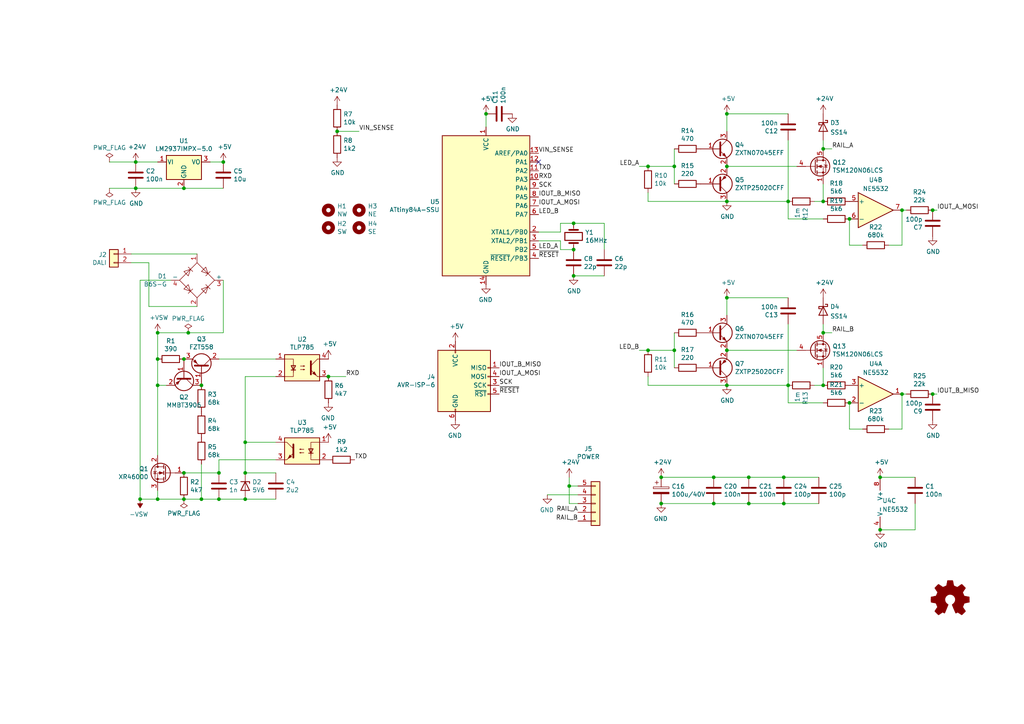
<source format=kicad_sch>
(kicad_sch
	(version 20231120)
	(generator "eeschema")
	(generator_version "8.0")
	(uuid "fbe8ebfc-2a8e-4eb8-85c5-38ddeaa5dd00")
	(paper "A4")
	
	(junction
		(at 255.27 153.67)
		(diameter 0)
		(color 0 0 0 0)
		(uuid "02f5d242-39d2-4139-a2bf-0b59466de16f")
	)
	(junction
		(at 187.96 101.6)
		(diameter 0)
		(color 0 0 0 0)
		(uuid "02f8904b-a7b2-49dd-b392-764e7e29fb51")
	)
	(junction
		(at 45.72 96.52)
		(diameter 0)
		(color 0 0 0 0)
		(uuid "07ad5bef-1006-4c71-9cd6-d6ceebd389b0")
	)
	(junction
		(at 210.82 86.36)
		(diameter 0)
		(color 0 0 0 0)
		(uuid "0aebccb9-5644-4ee9-8d85-60352f1a14a1")
	)
	(junction
		(at 227.33 138.43)
		(diameter 0)
		(color 0 0 0 0)
		(uuid "115864b9-847f-4c20-a9a4-b5fd14682503")
	)
	(junction
		(at 95.25 109.22)
		(diameter 0)
		(color 0 0 0 0)
		(uuid "1cacb878-9da4-41fc-aa80-018bc841e19a")
	)
	(junction
		(at 228.6 111.76)
		(diameter 0)
		(color 0 0 0 0)
		(uuid "1e547db6-77f3-4eac-9dad-e8ad74829887")
	)
	(junction
		(at 191.77 146.05)
		(diameter 0)
		(color 0 0 0 0)
		(uuid "2ffec381-d997-4ec3-8a89-938b7b1ff4b7")
	)
	(junction
		(at 97.79 38.1)
		(diameter 0)
		(color 0 0 0 0)
		(uuid "3249bd81-9fd4-4194-9b4f-2e333b2195b8")
	)
	(junction
		(at 63.5 144.78)
		(diameter 0)
		(color 0 0 0 0)
		(uuid "355ced6c-c08a-4586-9a09-7a9c624536f6")
	)
	(junction
		(at 246.38 63.5)
		(diameter 0)
		(color 0 0 0 0)
		(uuid "37efc68a-7e78-4599-8453-96f555604d49")
	)
	(junction
		(at 45.72 104.14)
		(diameter 0)
		(color 0 0 0 0)
		(uuid "3bbbbb7d-391c-4fee-ac81-3c47878edc38")
	)
	(junction
		(at 261.62 114.3)
		(diameter 0)
		(color 0 0 0 0)
		(uuid "3e4b1617-fd31-48b4-a3e1-42ddfd33116d")
	)
	(junction
		(at 238.76 96.52)
		(diameter 0)
		(color 0 0 0 0)
		(uuid "4f3d58d2-bdc6-429f-b28a-99f5e7685073")
	)
	(junction
		(at 238.76 111.76)
		(diameter 0)
		(color 0 0 0 0)
		(uuid "5508f5ee-a642-4f2d-b9ac-50c2a4fc1a7b")
	)
	(junction
		(at 45.72 111.76)
		(diameter 0)
		(color 0 0 0 0)
		(uuid "5bab6a37-1fdf-4cf8-b571-44c962ed86e9")
	)
	(junction
		(at 58.42 111.76)
		(diameter 0)
		(color 0 0 0 0)
		(uuid "5e755161-24a5-4650-a6e3-9836bf074412")
	)
	(junction
		(at 39.37 46.99)
		(diameter 0)
		(color 0 0 0 0)
		(uuid "626679e8-6101-4722-ac57-5b8d9dab4c8b")
	)
	(junction
		(at 40.64 144.78)
		(diameter 0)
		(color 0 0 0 0)
		(uuid "704d1cb5-52c3-4e60-9f5f-1d093fd04021")
	)
	(junction
		(at 238.76 43.18)
		(diameter 0)
		(color 0 0 0 0)
		(uuid "75a31656-b819-456e-b004-2ddcb74485ea")
	)
	(junction
		(at 207.01 146.05)
		(diameter 0)
		(color 0 0 0 0)
		(uuid "75a70b13-40ad-4a8f-a1ee-187a171fd8e9")
	)
	(junction
		(at 140.97 33.02)
		(diameter 0)
		(color 0 0 0 0)
		(uuid "7760a75a-d74b-4185-b34e-cbc7b2c339b6")
	)
	(junction
		(at 261.62 60.96)
		(diameter 0)
		(color 0 0 0 0)
		(uuid "7a011711-d0c8-4bdf-b594-fa0872a29397")
	)
	(junction
		(at 210.82 101.6)
		(diameter 0)
		(color 0 0 0 0)
		(uuid "7c00778a-4692-4f9b-87d5-2d355077ce1e")
	)
	(junction
		(at 166.37 72.39)
		(diameter 0)
		(color 0 0 0 0)
		(uuid "844d7d7a-b386-45a8-aaf6-bf41bbcb43b5")
	)
	(junction
		(at 53.34 137.16)
		(diameter 0)
		(color 0 0 0 0)
		(uuid "8aff0f38-92a8-45ec-b106-b185e93ca3fd")
	)
	(junction
		(at 255.27 138.43)
		(diameter 0)
		(color 0 0 0 0)
		(uuid "8b62a969-c885-435a-ac9f-743dcca995be")
	)
	(junction
		(at 270.51 60.96)
		(diameter 0)
		(color 0 0 0 0)
		(uuid "8ffa9520-5ba4-4ac1-a18d-174b008f8b80")
	)
	(junction
		(at 227.33 146.05)
		(diameter 0)
		(color 0 0 0 0)
		(uuid "902571b8-e091-4805-ae33-04eac36246ab")
	)
	(junction
		(at 210.82 58.42)
		(diameter 0)
		(color 0 0 0 0)
		(uuid "9031bb33-c6aa-4758-bf5c-3274ed3ebab7")
	)
	(junction
		(at 71.12 137.16)
		(diameter 0)
		(color 0 0 0 0)
		(uuid "91fc5800-6029-46b1-848d-ca0091f97267")
	)
	(junction
		(at 210.82 111.76)
		(diameter 0)
		(color 0 0 0 0)
		(uuid "935057d5-6882-4c15-9a35-54677912ba12")
	)
	(junction
		(at 238.76 58.42)
		(diameter 0)
		(color 0 0 0 0)
		(uuid "93f9a4ec-6178-4177-96ea-b1e29968ed97")
	)
	(junction
		(at 58.42 144.78)
		(diameter 0)
		(color 0 0 0 0)
		(uuid "a177c3b4-b04c-490e-b3fe-d3d4d7aa24a7")
	)
	(junction
		(at 191.77 138.43)
		(diameter 0)
		(color 0 0 0 0)
		(uuid "a40264f9-268f-4594-ba78-9a50ee2ba821")
	)
	(junction
		(at 166.37 64.77)
		(diameter 0)
		(color 0 0 0 0)
		(uuid "a62609cd-29b7-4918-b97d-7b2404ba61cf")
	)
	(junction
		(at 53.34 144.78)
		(diameter 0)
		(color 0 0 0 0)
		(uuid "a7fc0812-140f-4d96-9cd8-ead8c1c610b1")
	)
	(junction
		(at 165.1 140.97)
		(diameter 0)
		(color 0 0 0 0)
		(uuid "aa8663be-9516-4b07-84d2-4c4d668b8596")
	)
	(junction
		(at 45.72 144.78)
		(diameter 0)
		(color 0 0 0 0)
		(uuid "ad4d05f5-6957-42f8-b65c-c657b9a26485")
	)
	(junction
		(at 39.37 54.61)
		(diameter 0)
		(color 0 0 0 0)
		(uuid "aff09f95-68b2-4c11-b8b0-91d6406d1fef")
	)
	(junction
		(at 64.77 46.99)
		(diameter 0)
		(color 0 0 0 0)
		(uuid "b59f18ce-2e34-4b6e-b14d-8d73b8268179")
	)
	(junction
		(at 217.17 146.05)
		(diameter 0)
		(color 0 0 0 0)
		(uuid "b69d8338-8637-4281-bb7b-0961e68f1807")
	)
	(junction
		(at 195.58 48.26)
		(diameter 0)
		(color 0 0 0 0)
		(uuid "b7d06af4-a5b1-447f-9b1a-8b44eb1cc204")
	)
	(junction
		(at 71.12 144.78)
		(diameter 0)
		(color 0 0 0 0)
		(uuid "c2dd13db-24b6-40f1-b75b-b9ab893d92ea")
	)
	(junction
		(at 217.17 138.43)
		(diameter 0)
		(color 0 0 0 0)
		(uuid "c5028f2a-f24f-4301-8cc2-b6e68110df41")
	)
	(junction
		(at 270.51 114.3)
		(diameter 0)
		(color 0 0 0 0)
		(uuid "c93d6101-152b-41ec-88a9-7e99efc56a56")
	)
	(junction
		(at 63.5 137.16)
		(diameter 0)
		(color 0 0 0 0)
		(uuid "d1cd5391-31d2-459f-8adb-4ae3f304a833")
	)
	(junction
		(at 246.38 116.84)
		(diameter 0)
		(color 0 0 0 0)
		(uuid "d2761b87-3a68-48ce-bfc5-d8b82bb40eeb")
	)
	(junction
		(at 166.37 80.01)
		(diameter 0)
		(color 0 0 0 0)
		(uuid "d692b5e6-71b2-4fa6-bc83-618add8d8fef")
	)
	(junction
		(at 53.34 54.61)
		(diameter 0)
		(color 0 0 0 0)
		(uuid "da6f4122-0ecc-496f-b0fd-e4abef534976")
	)
	(junction
		(at 228.6 58.42)
		(diameter 0)
		(color 0 0 0 0)
		(uuid "df3dc9a2-ba40-4c3a-87fe-61cc8e23d71b")
	)
	(junction
		(at 195.58 101.6)
		(diameter 0)
		(color 0 0 0 0)
		(uuid "e70d061b-28f0-4421-ad15-0598604086e8")
	)
	(junction
		(at 187.96 48.26)
		(diameter 0)
		(color 0 0 0 0)
		(uuid "e79c8e11-ed47-4701-ae80-a54cdb6682a5")
	)
	(junction
		(at 53.34 104.14)
		(diameter 0)
		(color 0 0 0 0)
		(uuid "e86e4fae-9ca7-4857-a93c-bc6a3048f887")
	)
	(junction
		(at 71.12 128.27)
		(diameter 0)
		(color 0 0 0 0)
		(uuid "eded64fe-cdce-4624-b640-2670b18c2045")
	)
	(junction
		(at 207.01 138.43)
		(diameter 0)
		(color 0 0 0 0)
		(uuid "f26cb5db-28a0-48b4-ab25-7f5382e30679")
	)
	(junction
		(at 210.82 48.26)
		(diameter 0)
		(color 0 0 0 0)
		(uuid "f447e585-df78-4239-b8cb-4653b3837bb1")
	)
	(junction
		(at 54.61 96.52)
		(diameter 0)
		(color 0 0 0 0)
		(uuid "f6b6d3bd-1025-4e3c-92f0-53a408528540")
	)
	(junction
		(at 210.82 33.02)
		(diameter 0)
		(color 0 0 0 0)
		(uuid "f7af7011-8e5a-42de-bc35-01192d274764")
	)
	(no_connect
		(at 156.21 46.99)
		(uuid "aa56e3e6-79e0-4cbe-aec4-3ae72e835af5")
	)
	(wire
		(pts
			(xy 191.77 138.43) (xy 207.01 138.43)
		)
		(stroke
			(width 0)
			(type default)
		)
		(uuid "0263a8cd-c919-426c-80e2-fcee82302f6a")
	)
	(wire
		(pts
			(xy 191.77 146.05) (xy 207.01 146.05)
		)
		(stroke
			(width 0)
			(type default)
		)
		(uuid "068fb71a-412b-4b5b-bb65-9f0129fe48e2")
	)
	(wire
		(pts
			(xy 175.26 64.77) (xy 166.37 64.77)
		)
		(stroke
			(width 0)
			(type default)
		)
		(uuid "07d160b6-23e1-4aa0-95cb-440482e6fc15")
	)
	(wire
		(pts
			(xy 43.18 88.9) (xy 43.18 76.2)
		)
		(stroke
			(width 0)
			(type default)
		)
		(uuid "10e52e95-44f3-4059-a86d-dcda603e0623")
	)
	(wire
		(pts
			(xy 261.62 60.96) (xy 261.62 71.12)
		)
		(stroke
			(width 0)
			(type default)
		)
		(uuid "13bd9535-8d66-4534-8473-000dd119a335")
	)
	(wire
		(pts
			(xy 257.81 71.12) (xy 261.62 71.12)
		)
		(stroke
			(width 0)
			(type default)
		)
		(uuid "16b74f75-4feb-4a1b-be3d-9544addb7331")
	)
	(wire
		(pts
			(xy 167.64 140.97) (xy 165.1 140.97)
		)
		(stroke
			(width 0)
			(type default)
		)
		(uuid "178ae27e-edb9-4ffb-bd13-c0a6dd659606")
	)
	(wire
		(pts
			(xy 255.27 138.43) (xy 265.43 138.43)
		)
		(stroke
			(width 0)
			(type default)
		)
		(uuid "19fd896a-6194-4c4c-9945-4129ef92f19c")
	)
	(wire
		(pts
			(xy 238.76 93.98) (xy 238.76 96.52)
		)
		(stroke
			(width 0)
			(type default)
		)
		(uuid "1b702f77-f562-4ef6-9ec4-28d64f2362e2")
	)
	(wire
		(pts
			(xy 195.58 53.34) (xy 195.58 48.26)
		)
		(stroke
			(width 0)
			(type default)
		)
		(uuid "1c052668-6749-425a-9a77-35f046c8aa39")
	)
	(wire
		(pts
			(xy 31.75 54.61) (xy 39.37 54.61)
		)
		(stroke
			(width 0)
			(type default)
		)
		(uuid "1d108949-35ab-4d80-b9fb-4034908c213b")
	)
	(wire
		(pts
			(xy 175.26 72.39) (xy 175.26 64.77)
		)
		(stroke
			(width 0)
			(type default)
		)
		(uuid "1e48966e-d29d-4521-8939-ec8ac570431d")
	)
	(wire
		(pts
			(xy 54.61 96.52) (xy 64.77 96.52)
		)
		(stroke
			(width 0)
			(type default)
		)
		(uuid "1ec197cd-222f-45a2-bbd3-0fb7e20d60da")
	)
	(wire
		(pts
			(xy 38.1 73.66) (xy 57.15 73.66)
		)
		(stroke
			(width 0)
			(type default)
		)
		(uuid "247ebffd-2cb6-4379-ba6e-21861fea3913")
	)
	(wire
		(pts
			(xy 140.97 33.02) (xy 140.97 36.83)
		)
		(stroke
			(width 0)
			(type default)
		)
		(uuid "25bc3602-3fb4-4a04-94e3-21ba22562c24")
	)
	(wire
		(pts
			(xy 63.5 104.14) (xy 80.01 104.14)
		)
		(stroke
			(width 0)
			(type default)
		)
		(uuid "26a22c19-4cc5-4237-9651-0edc4f854154")
	)
	(wire
		(pts
			(xy 80.01 128.27) (xy 71.12 128.27)
		)
		(stroke
			(width 0)
			(type default)
		)
		(uuid "275b6416-db29-42cc-9307-bf426917c3b4")
	)
	(wire
		(pts
			(xy 238.76 111.76) (xy 238.76 106.68)
		)
		(stroke
			(width 0)
			(type default)
		)
		(uuid "28e37b45-f843-47c2-85c9-ca19f5430ece")
	)
	(wire
		(pts
			(xy 162.56 69.85) (xy 162.56 72.39)
		)
		(stroke
			(width 0)
			(type default)
		)
		(uuid "291935ec-f8ff-41f0-8717-e68b8af7b8c1")
	)
	(wire
		(pts
			(xy 71.12 144.78) (xy 80.01 144.78)
		)
		(stroke
			(width 0)
			(type default)
		)
		(uuid "29cbb0bc-f66b-4d11-80e7-5bb270e42496")
	)
	(wire
		(pts
			(xy 165.1 138.43) (xy 165.1 140.97)
		)
		(stroke
			(width 0)
			(type default)
		)
		(uuid "2a4111b7-8149-4814-9344-3b8119cd75e4")
	)
	(wire
		(pts
			(xy 246.38 124.46) (xy 250.19 124.46)
		)
		(stroke
			(width 0)
			(type default)
		)
		(uuid "2b02dcfa-1064-4ff3-b6ec-fc026e76d0aa")
	)
	(wire
		(pts
			(xy 165.1 146.05) (xy 167.64 146.05)
		)
		(stroke
			(width 0)
			(type default)
		)
		(uuid "34390e10-ccfe-4e74-a384-e0e2d02a8db4")
	)
	(wire
		(pts
			(xy 228.6 63.5) (xy 228.6 58.42)
		)
		(stroke
			(width 0)
			(type default)
		)
		(uuid "35935718-7825-49c9-807a-415beefee21d")
	)
	(wire
		(pts
			(xy 158.75 143.51) (xy 167.64 143.51)
		)
		(stroke
			(width 0)
			(type default)
		)
		(uuid "39c7f4d9-d9db-419b-af43-847a9e9a34af")
	)
	(wire
		(pts
			(xy 58.42 134.62) (xy 58.42 144.78)
		)
		(stroke
			(width 0)
			(type default)
		)
		(uuid "3b65c51e-c243-447e-bee9-832d94c1630e")
	)
	(wire
		(pts
			(xy 45.72 144.78) (xy 45.72 142.24)
		)
		(stroke
			(width 0)
			(type default)
		)
		(uuid "402c62e6-8d8e-473a-a0cf-2b86e4908cd7")
	)
	(wire
		(pts
			(xy 210.82 48.26) (xy 231.14 48.26)
		)
		(stroke
			(width 0)
			(type default)
		)
		(uuid "41efa29d-5929-44f8-b379-47935cf79a84")
	)
	(wire
		(pts
			(xy 63.5 133.35) (xy 63.5 137.16)
		)
		(stroke
			(width 0)
			(type default)
		)
		(uuid "465137b4-f6f7-4d51-9b40-b161947d5cc1")
	)
	(wire
		(pts
			(xy 238.76 58.42) (xy 238.76 53.34)
		)
		(stroke
			(width 0)
			(type default)
		)
		(uuid "477892a1-722e-4cda-bb6c-fcdb8ba5f93e")
	)
	(wire
		(pts
			(xy 156.21 69.85) (xy 162.56 69.85)
		)
		(stroke
			(width 0)
			(type default)
		)
		(uuid "49a65079-57a9-46fc-8711-1d7f2cab8dbf")
	)
	(wire
		(pts
			(xy 71.12 128.27) (xy 71.12 109.22)
		)
		(stroke
			(width 0)
			(type default)
		)
		(uuid "49ee0ec9-c08a-4402-8977-5f11dff1e118")
	)
	(wire
		(pts
			(xy 49.53 81.28) (xy 40.64 81.28)
		)
		(stroke
			(width 0)
			(type default)
		)
		(uuid "4a53fa56-d65b-42a4-a4be-8f49c4c015bb")
	)
	(wire
		(pts
			(xy 195.58 106.68) (xy 195.58 101.6)
		)
		(stroke
			(width 0)
			(type default)
		)
		(uuid "4fd9bc4f-0ae3-42d4-a1b4-9fb1b2a0a7fd")
	)
	(wire
		(pts
			(xy 210.82 91.44) (xy 210.82 86.36)
		)
		(stroke
			(width 0)
			(type default)
		)
		(uuid "50f40170-0615-4bbe-bf71-4302863d12ea")
	)
	(wire
		(pts
			(xy 227.33 146.05) (xy 237.49 146.05)
		)
		(stroke
			(width 0)
			(type default)
		)
		(uuid "5c2ac963-db19-4215-bcae-3bd63b84fcbc")
	)
	(wire
		(pts
			(xy 187.96 101.6) (xy 185.42 101.6)
		)
		(stroke
			(width 0)
			(type default)
		)
		(uuid "5d9921f1-08b3-4cc9-8cf7-e9a72ca2fdb7")
	)
	(wire
		(pts
			(xy 40.64 81.28) (xy 40.64 144.78)
		)
		(stroke
			(width 0)
			(type default)
		)
		(uuid "6150c02b-beb5-4af1-951e-3666a285a6ea")
	)
	(wire
		(pts
			(xy 53.34 144.78) (xy 58.42 144.78)
		)
		(stroke
			(width 0)
			(type default)
		)
		(uuid "63caf46e-0228-40de-b819-c6bd29dd1711")
	)
	(wire
		(pts
			(xy 270.51 60.96) (xy 271.78 60.96)
		)
		(stroke
			(width 0)
			(type default)
		)
		(uuid "64213eb0-4c81-4425-b639-aaa857275359")
	)
	(wire
		(pts
			(xy 270.51 114.3) (xy 271.78 114.3)
		)
		(stroke
			(width 0)
			(type default)
		)
		(uuid "644eef99-d982-42fc-ae1b-c7377ea06560")
	)
	(wire
		(pts
			(xy 31.75 46.99) (xy 39.37 46.99)
		)
		(stroke
			(width 0)
			(type default)
		)
		(uuid "64a4cb06-5da8-4051-8fac-22e28293ebce")
	)
	(wire
		(pts
			(xy 162.56 67.31) (xy 162.56 64.77)
		)
		(stroke
			(width 0)
			(type default)
		)
		(uuid "6ae963fb-e34f-4e11-9adf-78839a5b2ef1")
	)
	(wire
		(pts
			(xy 217.17 146.05) (xy 227.33 146.05)
		)
		(stroke
			(width 0)
			(type default)
		)
		(uuid "6f3c8e81-4f0b-489a-93a5-fe6598f014de")
	)
	(wire
		(pts
			(xy 250.19 71.12) (xy 246.38 71.12)
		)
		(stroke
			(width 0)
			(type default)
		)
		(uuid "702f8b4f-1f66-4232-8b2c-0e4504d97ee2")
	)
	(wire
		(pts
			(xy 45.72 104.14) (xy 45.72 96.52)
		)
		(stroke
			(width 0)
			(type default)
		)
		(uuid "706c1cb9-5d96-4282-9efc-6147f0125147")
	)
	(wire
		(pts
			(xy 231.14 101.6) (xy 210.82 101.6)
		)
		(stroke
			(width 0)
			(type default)
		)
		(uuid "71c6e723-673c-45a9-a0e4-9742220c52a3")
	)
	(wire
		(pts
			(xy 265.43 153.67) (xy 265.43 146.05)
		)
		(stroke
			(width 0)
			(type default)
		)
		(uuid "71e3a27d-5934-4238-9f79-7c83b8b7d010")
	)
	(wire
		(pts
			(xy 43.18 76.2) (xy 38.1 76.2)
		)
		(stroke
			(width 0)
			(type default)
		)
		(uuid "74f5ec08-7600-4a0b-a9e4-aae29f9ea08a")
	)
	(wire
		(pts
			(xy 246.38 116.84) (xy 246.38 124.46)
		)
		(stroke
			(width 0)
			(type default)
		)
		(uuid "77f77466-dfa4-4091-82fb-3521dba29202")
	)
	(wire
		(pts
			(xy 228.6 93.98) (xy 228.6 111.76)
		)
		(stroke
			(width 0)
			(type default)
		)
		(uuid "7e1ca47a-fa92-4ced-bfaf-aec093ac691d")
	)
	(wire
		(pts
			(xy 187.96 101.6) (xy 195.58 101.6)
		)
		(stroke
			(width 0)
			(type default)
		)
		(uuid "86e98417-f5e4-48ba-8147-ef66cc03dde6")
	)
	(wire
		(pts
			(xy 156.21 67.31) (xy 162.56 67.31)
		)
		(stroke
			(width 0)
			(type default)
		)
		(uuid "87ba184f-bff5-4989-8217-6af375cc3dd8")
	)
	(wire
		(pts
			(xy 58.42 144.78) (xy 63.5 144.78)
		)
		(stroke
			(width 0)
			(type default)
		)
		(uuid "88deea08-baa5-4041-beb7-01c299cf00e6")
	)
	(wire
		(pts
			(xy 48.26 111.76) (xy 45.72 111.76)
		)
		(stroke
			(width 0)
			(type default)
		)
		(uuid "8a8c373f-9bc3-4cf7-8f41-4802da916698")
	)
	(wire
		(pts
			(xy 261.62 114.3) (xy 261.62 124.46)
		)
		(stroke
			(width 0)
			(type default)
		)
		(uuid "8b26af15-e08e-4f9d-b4dd-bf9f2aef9095")
	)
	(wire
		(pts
			(xy 195.58 101.6) (xy 195.58 96.52)
		)
		(stroke
			(width 0)
			(type default)
		)
		(uuid "8bd46048-cab7-4adf-af9a-bc2710c1894c")
	)
	(wire
		(pts
			(xy 187.96 109.22) (xy 187.96 111.76)
		)
		(stroke
			(width 0)
			(type default)
		)
		(uuid "8de2d84c-ff45-4d4f-bc49-c166f6ae6b91")
	)
	(wire
		(pts
			(xy 210.82 38.1) (xy 210.82 33.02)
		)
		(stroke
			(width 0)
			(type default)
		)
		(uuid "905c4e3f-ee26-445f-ad77-91cd0535e121")
	)
	(wire
		(pts
			(xy 45.72 111.76) (xy 45.72 104.14)
		)
		(stroke
			(width 0)
			(type default)
		)
		(uuid "92761c09-a591-4c8e-af4d-e0e2262cb01d")
	)
	(wire
		(pts
			(xy 45.72 132.08) (xy 45.72 111.76)
		)
		(stroke
			(width 0)
			(type default)
		)
		(uuid "92f063a3-7cce-4a96-8a3a-cf5767f700c6")
	)
	(wire
		(pts
			(xy 236.22 58.42) (xy 238.76 58.42)
		)
		(stroke
			(width 0)
			(type default)
		)
		(uuid "95fb2681-daa0-4ab2-80f2-c45341487a79")
	)
	(wire
		(pts
			(xy 43.18 88.9) (xy 57.15 88.9)
		)
		(stroke
			(width 0)
			(type default)
		)
		(uuid "966ee9ec-860e-45bb-af89-30bda72b2032")
	)
	(wire
		(pts
			(xy 187.96 111.76) (xy 210.82 111.76)
		)
		(stroke
			(width 0)
			(type default)
		)
		(uuid "99e6b8eb-b08e-4d42-84dd-8b7f6765b7b7")
	)
	(wire
		(pts
			(xy 40.64 144.78) (xy 45.72 144.78)
		)
		(stroke
			(width 0)
			(type default)
		)
		(uuid "9c2999b2-1cf1-4204-9d23-243401b77aa3")
	)
	(wire
		(pts
			(xy 261.62 60.96) (xy 262.89 60.96)
		)
		(stroke
			(width 0)
			(type default)
		)
		(uuid "9cb44bc4-1958-4cc2-b87e-64c3ab5d14a9")
	)
	(wire
		(pts
			(xy 195.58 48.26) (xy 187.96 48.26)
		)
		(stroke
			(width 0)
			(type default)
		)
		(uuid "9db16341-dac0-4aab-9c62-7d88c111c1ce")
	)
	(wire
		(pts
			(xy 64.77 96.52) (xy 64.77 81.28)
		)
		(stroke
			(width 0)
			(type default)
		)
		(uuid "9ed09117-33cf-45a3-85a7-2606522feaf8")
	)
	(wire
		(pts
			(xy 53.34 54.61) (xy 64.77 54.61)
		)
		(stroke
			(width 0)
			(type default)
		)
		(uuid "9f782c92-a5e8-49db-bfda-752b35522ce4")
	)
	(wire
		(pts
			(xy 63.5 133.35) (xy 80.01 133.35)
		)
		(stroke
			(width 0)
			(type default)
		)
		(uuid "a17f8cc5-5b84-4743-8076-d18a7ccb8bb3")
	)
	(wire
		(pts
			(xy 175.26 80.01) (xy 166.37 80.01)
		)
		(stroke
			(width 0)
			(type default)
		)
		(uuid "a6738794-75ae-48a6-8949-ed8717400d71")
	)
	(wire
		(pts
			(xy 217.17 138.43) (xy 227.33 138.43)
		)
		(stroke
			(width 0)
			(type default)
		)
		(uuid "a9cd577c-9384-46c2-a9fc-ee271d9cafab")
	)
	(wire
		(pts
			(xy 100.33 109.22) (xy 95.25 109.22)
		)
		(stroke
			(width 0)
			(type default)
		)
		(uuid "aadc3df5-0e2d-4f3d-b72e-6f184da74c89")
	)
	(wire
		(pts
			(xy 261.62 124.46) (xy 257.81 124.46)
		)
		(stroke
			(width 0)
			(type default)
		)
		(uuid "ab12d0ee-414a-4f9a-96a6-bc03991f6ca7")
	)
	(wire
		(pts
			(xy 195.58 48.26) (xy 195.58 43.18)
		)
		(stroke
			(width 0)
			(type default)
		)
		(uuid "ab8b0540-9c9f-4195-88f5-7bed0b0a8ed6")
	)
	(wire
		(pts
			(xy 207.01 146.05) (xy 217.17 146.05)
		)
		(stroke
			(width 0)
			(type default)
		)
		(uuid "ad257b90-c606-4869-8a0c-f1e7684e68fc")
	)
	(wire
		(pts
			(xy 187.96 48.26) (xy 185.42 48.26)
		)
		(stroke
			(width 0)
			(type default)
		)
		(uuid "afd38b10-2eca-4abe-aed1-a96fb07ffdbe")
	)
	(wire
		(pts
			(xy 227.33 138.43) (xy 237.49 138.43)
		)
		(stroke
			(width 0)
			(type default)
		)
		(uuid "b501a7bd-c40a-4ae7-96b2-2057bacd972c")
	)
	(wire
		(pts
			(xy 60.96 46.99) (xy 64.77 46.99)
		)
		(stroke
			(width 0)
			(type default)
		)
		(uuid "b7bf6e08-7978-4190-aff5-c90d967f0f9c")
	)
	(wire
		(pts
			(xy 71.12 109.22) (xy 80.01 109.22)
		)
		(stroke
			(width 0)
			(type default)
		)
		(uuid "bb8162f0-99c8-4884-be5b-c0d0c7e81ff6")
	)
	(wire
		(pts
			(xy 207.01 138.43) (xy 217.17 138.43)
		)
		(stroke
			(width 0)
			(type default)
		)
		(uuid "bc775437-3a22-4a1a-b01a-2a07230239ec")
	)
	(wire
		(pts
			(xy 71.12 128.27) (xy 71.12 137.16)
		)
		(stroke
			(width 0)
			(type default)
		)
		(uuid "bd085057-7c0e-463a-982b-968a2dc1f0f8")
	)
	(wire
		(pts
			(xy 261.62 114.3) (xy 262.89 114.3)
		)
		(stroke
			(width 0)
			(type default)
		)
		(uuid "be81cac9-6b2f-47d5-a488-b92694fd4126")
	)
	(wire
		(pts
			(xy 53.34 144.78) (xy 45.72 144.78)
		)
		(stroke
			(width 0)
			(type default)
		)
		(uuid "c1b11207-7c0a-49b3-a41d-2fe677d5f3b8")
	)
	(wire
		(pts
			(xy 63.5 144.78) (xy 71.12 144.78)
		)
		(stroke
			(width 0)
			(type default)
		)
		(uuid "c401e9c6-1deb-4979-99be-7c801c952098")
	)
	(wire
		(pts
			(xy 187.96 58.42) (xy 210.82 58.42)
		)
		(stroke
			(width 0)
			(type default)
		)
		(uuid "ca5b6af8-ca05-4338-b852-b51f2b49b1db")
	)
	(wire
		(pts
			(xy 104.14 38.1) (xy 97.79 38.1)
		)
		(stroke
			(width 0)
			(type default)
		)
		(uuid "cbde200f-1075-469a-89f8-abbdcf30e36a")
	)
	(wire
		(pts
			(xy 255.27 153.67) (xy 265.43 153.67)
		)
		(stroke
			(width 0)
			(type default)
		)
		(uuid "cc56ab40-f313-44b0-9298-0e08147a38ec")
	)
	(wire
		(pts
			(xy 39.37 46.99) (xy 45.72 46.99)
		)
		(stroke
			(width 0)
			(type default)
		)
		(uuid "ccc4cc25-ac17-45ef-825c-e079951ffb21")
	)
	(wire
		(pts
			(xy 210.82 33.02) (xy 228.6 33.02)
		)
		(stroke
			(width 0)
			(type default)
		)
		(uuid "ced0b980-f0d6-4728-9607-3bb843d0964f")
	)
	(wire
		(pts
			(xy 71.12 137.16) (xy 80.01 137.16)
		)
		(stroke
			(width 0)
			(type default)
		)
		(uuid "d1c19c11-0a13-4237-b6b4-fb2ef1db7c6d")
	)
	(wire
		(pts
			(xy 162.56 64.77) (xy 166.37 64.77)
		)
		(stroke
			(width 0)
			(type default)
		)
		(uuid "d45d1afe-78e6-4045-862c-b274469da903")
	)
	(wire
		(pts
			(xy 210.82 86.36) (xy 228.6 86.36)
		)
		(stroke
			(width 0)
			(type default)
		)
		(uuid "d4f2e261-22b0-4cb9-a4c8-7596a8857c53")
	)
	(wire
		(pts
			(xy 210.82 111.76) (xy 228.6 111.76)
		)
		(stroke
			(width 0)
			(type default)
		)
		(uuid "de370984-7922-4327-a0ba-7cd613995df4")
	)
	(wire
		(pts
			(xy 165.1 140.97) (xy 165.1 146.05)
		)
		(stroke
			(width 0)
			(type default)
		)
		(uuid "dfcef016-1bf5-4158-8a79-72d38a522877")
	)
	(wire
		(pts
			(xy 228.6 40.64) (xy 228.6 58.42)
		)
		(stroke
			(width 0)
			(type default)
		)
		(uuid "dfe8658f-7262-4557-9020-d4ae800ba7fb")
	)
	(wire
		(pts
			(xy 246.38 63.5) (xy 246.38 71.12)
		)
		(stroke
			(width 0)
			(type default)
		)
		(uuid "e5a9444a-c3fc-4eb2-9f9c-55925f41c1aa")
	)
	(wire
		(pts
			(xy 45.72 96.52) (xy 54.61 96.52)
		)
		(stroke
			(width 0)
			(type default)
		)
		(uuid "eb391a95-1c1d-4613-b508-c76b8bc13a73")
	)
	(wire
		(pts
			(xy 241.3 43.18) (xy 238.76 43.18)
		)
		(stroke
			(width 0)
			(type default)
		)
		(uuid "eb663215-e241-4f0c-b892-ccee50f62d6c")
	)
	(wire
		(pts
			(xy 166.37 72.39) (xy 162.56 72.39)
		)
		(stroke
			(width 0)
			(type default)
		)
		(uuid "ebca7c5e-ae52-43e5-ac6c-69a96a9a5b24")
	)
	(wire
		(pts
			(xy 238.76 40.64) (xy 238.76 43.18)
		)
		(stroke
			(width 0)
			(type default)
		)
		(uuid "ed21d0c0-dcc6-44aa-a9ec-12ba61ea6bcd")
	)
	(wire
		(pts
			(xy 228.6 116.84) (xy 228.6 111.76)
		)
		(stroke
			(width 0)
			(type default)
		)
		(uuid "ed878f78-90bf-414c-9d10-19e673d73c79")
	)
	(wire
		(pts
			(xy 238.76 63.5) (xy 228.6 63.5)
		)
		(stroke
			(width 0)
			(type default)
		)
		(uuid "ef7e6bc4-257f-4f85-a536-87d84257121b")
	)
	(wire
		(pts
			(xy 39.37 54.61) (xy 53.34 54.61)
		)
		(stroke
			(width 0)
			(type default)
		)
		(uuid "f1782535-55f4-4299-bd4f-6f51b0b7259c")
	)
	(wire
		(pts
			(xy 238.76 116.84) (xy 228.6 116.84)
		)
		(stroke
			(width 0)
			(type default)
		)
		(uuid "f24f7de2-441c-4f46-ad2e-d924fe69b491")
	)
	(wire
		(pts
			(xy 210.82 58.42) (xy 228.6 58.42)
		)
		(stroke
			(width 0)
			(type default)
		)
		(uuid "f25ddccb-2862-40d2-b639-f5f91f916a4c")
	)
	(wire
		(pts
			(xy 63.5 137.16) (xy 53.34 137.16)
		)
		(stroke
			(width 0)
			(type default)
		)
		(uuid "f5dba25f-5f9b-4770-84f9-c038fb119360")
	)
	(wire
		(pts
			(xy 241.3 96.52) (xy 238.76 96.52)
		)
		(stroke
			(width 0)
			(type default)
		)
		(uuid "fd1589b7-7eab-4c5f-a291-7f6c237de586")
	)
	(wire
		(pts
			(xy 236.22 111.76) (xy 238.76 111.76)
		)
		(stroke
			(width 0)
			(type default)
		)
		(uuid "fd833858-961a-4423-8566-54509584dab4")
	)
	(wire
		(pts
			(xy 187.96 55.88) (xy 187.96 58.42)
		)
		(stroke
			(width 0)
			(type default)
		)
		(uuid "fea7c5d1-76d6-41a0-b5e3-29889dbb8ce0")
	)
	(label "IOUT_B_MISO"
		(at 156.21 57.15 0)
		(fields_autoplaced yes)
		(effects
			(font
				(size 1.27 1.27)
			)
			(justify left bottom)
		)
		(uuid "13a3129e-675b-41b9-bebe-9024020934e7")
	)
	(label "VIN_SENSE"
		(at 156.21 44.45 0)
		(fields_autoplaced yes)
		(effects
			(font
				(size 1.27 1.27)
			)
			(justify left bottom)
		)
		(uuid "165f4d8d-26a9-4cf2-a8d6-9936cd983be4")
	)
	(label "RXD"
		(at 100.33 109.22 0)
		(fields_autoplaced yes)
		(effects
			(font
				(size 1.27 1.27)
			)
			(justify left bottom)
		)
		(uuid "2ea8fa6f-efc3-40fe-bcf9-05bfa46ead4f")
	)
	(label "RAIL_A"
		(at 241.3 43.18 0)
		(fields_autoplaced yes)
		(effects
			(font
				(size 1.27 1.27)
			)
			(justify left bottom)
		)
		(uuid "2eea20e6-112c-411a-b615-885ae773135a")
	)
	(label "IOUT_A_MOSI"
		(at 271.78 60.96 0)
		(fields_autoplaced yes)
		(effects
			(font
				(size 1.27 1.27)
			)
			(justify left bottom)
		)
		(uuid "33d261e0-f766-4be7-92cb-fda574df9969")
	)
	(label "~{RESET}"
		(at 156.21 74.93 0)
		(fields_autoplaced yes)
		(effects
			(font
				(size 1.27 1.27)
			)
			(justify left bottom)
		)
		(uuid "38cfe839-c630-43d3-a9ec-6a89ba9e318a")
	)
	(label "RAIL_B"
		(at 241.3 96.52 0)
		(fields_autoplaced yes)
		(effects
			(font
				(size 1.27 1.27)
			)
			(justify left bottom)
		)
		(uuid "49fec31e-3712-4229-8142-b191d90a97d0")
	)
	(label "~{RESET}"
		(at 144.78 114.3 0)
		(fields_autoplaced yes)
		(effects
			(font
				(size 1.27 1.27)
			)
			(justify left bottom)
		)
		(uuid "5889287d-b845-4684-b23e-663811b25d27")
	)
	(label "RXD"
		(at 156.21 52.07 0)
		(fields_autoplaced yes)
		(effects
			(font
				(size 1.27 1.27)
			)
			(justify left bottom)
		)
		(uuid "89a8e170-a222-41c0-b545-c9f4c5604011")
	)
	(label "VIN_SENSE"
		(at 104.14 38.1 0)
		(fields_autoplaced yes)
		(effects
			(font
				(size 1.27 1.27)
			)
			(justify left bottom)
		)
		(uuid "8cb2cd3a-4ef9-4ae5-b6bc-2b1d16f657d6")
	)
	(label "SCK"
		(at 144.78 111.76 0)
		(fields_autoplaced yes)
		(effects
			(font
				(size 1.27 1.27)
			)
			(justify left bottom)
		)
		(uuid "92a23ed4-a5ea-4cea-bc33-0a83191a0d32")
	)
	(label "TXD"
		(at 156.21 49.53 0)
		(fields_autoplaced yes)
		(effects
			(font
				(size 1.27 1.27)
			)
			(justify left bottom)
		)
		(uuid "9529c01f-e1cd-40be-b7f0-83780a544249")
	)
	(label "IOUT_A_MOSI"
		(at 156.21 59.69 0)
		(fields_autoplaced yes)
		(effects
			(font
				(size 1.27 1.27)
			)
			(justify left bottom)
		)
		(uuid "993991a5-6e69-4fa9-babc-02c991109899")
	)
	(label "SCK"
		(at 156.21 54.61 0)
		(fields_autoplaced yes)
		(effects
			(font
				(size 1.27 1.27)
			)
			(justify left bottom)
		)
		(uuid "9de304ba-fba7-4896-b969-9d87a3522d74")
	)
	(label "RAIL_A"
		(at 167.64 148.59 180)
		(fields_autoplaced yes)
		(effects
			(font
				(size 1.27 1.27)
			)
			(justify right bottom)
		)
		(uuid "9f969b13-1795-4747-8326-93bdc304ed56")
	)
	(label "RAIL_B"
		(at 167.64 151.13 180)
		(fields_autoplaced yes)
		(effects
			(font
				(size 1.27 1.27)
			)
			(justify right bottom)
		)
		(uuid "b9d4de74-d246-495d-8b63-12ab2133d6d6")
	)
	(label "LED_B"
		(at 185.42 101.6 180)
		(fields_autoplaced yes)
		(effects
			(font
				(size 1.27 1.27)
			)
			(justify right bottom)
		)
		(uuid "c8b6b273-3d20-4a46-8069-f6d608563604")
	)
	(label "LED_A"
		(at 185.42 48.26 180)
		(fields_autoplaced yes)
		(effects
			(font
				(size 1.27 1.27)
			)
			(justify right bottom)
		)
		(uuid "c8fd9dd3-06ad-4146-9239-0065013959ef")
	)
	(label "IOUT_B_MISO"
		(at 144.78 106.68 0)
		(fields_autoplaced yes)
		(effects
			(font
				(size 1.27 1.27)
			)
			(justify left bottom)
		)
		(uuid "d4edaa72-3492-434b-be68-7546139b8aef")
	)
	(label "TXD"
		(at 102.87 133.35 0)
		(fields_autoplaced yes)
		(effects
			(font
				(size 1.27 1.27)
			)
			(justify left bottom)
		)
		(uuid "e2fac877-439c-4da0-af2e-5fdc70f85d42")
	)
	(label "IOUT_A_MOSI"
		(at 144.78 109.22 0)
		(fields_autoplaced yes)
		(effects
			(font
				(size 1.27 1.27)
			)
			(justify left bottom)
		)
		(uuid "e74c5e37-c4b2-4ecb-bff4-6f7e1c448d91")
	)
	(label "IOUT_B_MISO"
		(at 271.78 114.3 0)
		(fields_autoplaced yes)
		(effects
			(font
				(size 1.27 1.27)
			)
			(justify left bottom)
		)
		(uuid "f099cd4e-ec48-4602-950d-b21ca1b14b24")
	)
	(label "LED_B"
		(at 156.21 62.23 0)
		(fields_autoplaced yes)
		(effects
			(font
				(size 1.27 1.27)
			)
			(justify left bottom)
		)
		(uuid "f0ff5d1c-5481-4958-b844-4f68a17d4166")
	)
	(label "LED_A"
		(at 156.21 72.39 0)
		(fields_autoplaced yes)
		(effects
			(font
				(size 1.27 1.27)
			)
			(justify left bottom)
		)
		(uuid "fdc60c06-30fa-4dfb-96b4-809b755999e1")
	)
	(symbol
		(lib_id "power:+24V")
		(at 39.37 46.99 0)
		(unit 1)
		(exclude_from_sim no)
		(in_bom yes)
		(on_board yes)
		(dnp no)
		(uuid "00000000-0000-0000-0000-000061dbab15")
		(property "Reference" "#PWR0101"
			(at 39.37 50.8 0)
			(effects
				(font
					(size 1.27 1.27)
				)
				(hide yes)
			)
		)
		(property "Value" "+24V"
			(at 39.751 42.5958 0)
			(effects
				(font
					(size 1.27 1.27)
				)
			)
		)
		(property "Footprint" ""
			(at 39.37 46.99 0)
			(effects
				(font
					(size 1.27 1.27)
				)
				(hide yes)
			)
		)
		(property "Datasheet" ""
			(at 39.37 46.99 0)
			(effects
				(font
					(size 1.27 1.27)
				)
				(hide yes)
			)
		)
		(property "Description" "Power symbol creates a global label with name \"+24V\""
			(at 39.37 46.99 0)
			(effects
				(font
					(size 1.27 1.27)
				)
				(hide yes)
			)
		)
		(pin "1"
			(uuid "c6473e27-5de8-4857-90c2-606156b0fe16")
		)
		(instances
			(project ""
				(path "/fbe8ebfc-2a8e-4eb8-85c5-38ddeaa5dd00"
					(reference "#PWR0101")
					(unit 1)
				)
			)
		)
	)
	(symbol
		(lib_id "Device:C_Polarized")
		(at 191.77 142.24 0)
		(unit 1)
		(exclude_from_sim no)
		(in_bom yes)
		(on_board yes)
		(dnp no)
		(uuid "00000000-0000-0000-0000-000061dbb42f")
		(property "Reference" "C16"
			(at 194.7672 141.0716 0)
			(effects
				(font
					(size 1.27 1.27)
				)
				(justify left)
			)
		)
		(property "Value" "100u/40V"
			(at 194.7672 143.383 0)
			(effects
				(font
					(size 1.27 1.27)
				)
				(justify left)
			)
		)
		(property "Footprint" "Capacitor_SMD:CP_Elec_10x10.5"
			(at 192.7352 146.05 0)
			(effects
				(font
					(size 1.27 1.27)
				)
				(hide yes)
			)
		)
		(property "Datasheet" "~"
			(at 191.77 142.24 0)
			(effects
				(font
					(size 1.27 1.27)
				)
				(hide yes)
			)
		)
		(property "Description" "Polarized capacitor"
			(at 191.77 142.24 0)
			(effects
				(font
					(size 1.27 1.27)
				)
				(hide yes)
			)
		)
		(pin "1"
			(uuid "3f10237c-e1be-40ba-a5c5-4e7fb8b2b484")
		)
		(pin "2"
			(uuid "07c5fe2b-358f-45f6-b710-b503fb306f68")
		)
		(instances
			(project ""
				(path "/fbe8ebfc-2a8e-4eb8-85c5-38ddeaa5dd00"
					(reference "C16")
					(unit 1)
				)
			)
		)
	)
	(symbol
		(lib_id "Device:C")
		(at 228.6 36.83 180)
		(unit 1)
		(exclude_from_sim no)
		(in_bom yes)
		(on_board yes)
		(dnp no)
		(uuid "00000000-0000-0000-0000-000061dbbd90")
		(property "Reference" "C12"
			(at 225.679 37.9984 0)
			(effects
				(font
					(size 1.27 1.27)
				)
				(justify left)
			)
		)
		(property "Value" "100n"
			(at 225.679 35.687 0)
			(effects
				(font
					(size 1.27 1.27)
				)
				(justify left)
			)
		)
		(property "Footprint" "Capacitor_SMD:C_0805_2012Metric_Pad1.18x1.45mm_HandSolder"
			(at 227.6348 33.02 0)
			(effects
				(font
					(size 1.27 1.27)
				)
				(hide yes)
			)
		)
		(property "Datasheet" "~"
			(at 228.6 36.83 0)
			(effects
				(font
					(size 1.27 1.27)
				)
				(hide yes)
			)
		)
		(property "Description" "Unpolarized capacitor"
			(at 228.6 36.83 0)
			(effects
				(font
					(size 1.27 1.27)
				)
				(hide yes)
			)
		)
		(pin "1"
			(uuid "77e3704c-1d5b-4528-841a-bfb551d21c83")
		)
		(pin "2"
			(uuid "8a1889f1-3366-4ac6-aa85-e246c96caca4")
		)
		(instances
			(project ""
				(path "/fbe8ebfc-2a8e-4eb8-85c5-38ddeaa5dd00"
					(reference "C12")
					(unit 1)
				)
			)
		)
	)
	(symbol
		(lib_id "Transistor_FET:FDS6630A")
		(at 236.22 48.26 0)
		(unit 1)
		(exclude_from_sim no)
		(in_bom yes)
		(on_board yes)
		(dnp no)
		(uuid "00000000-0000-0000-0000-000061e0dabe")
		(property "Reference" "Q12"
			(at 241.427 47.0916 0)
			(effects
				(font
					(size 1.27 1.27)
				)
				(justify left)
			)
		)
		(property "Value" "TSM120N06LCS"
			(at 241.427 49.403 0)
			(effects
				(font
					(size 1.27 1.27)
				)
				(justify left)
			)
		)
		(property "Footprint" "Package_SO:SOIC-8_3.9x4.9mm_P1.27mm"
			(at 241.3 50.8 0)
			(effects
				(font
					(size 1.27 1.27)
				)
				(justify left)
				(hide yes)
			)
		)
		(property "Datasheet" "http://www.onsemi.com/pub/Collateral/FDS6630A-D.pdf"
			(at 236.22 48.26 0)
			(effects
				(font
					(size 1.27 1.27)
				)
				(justify left)
				(hide yes)
			)
		)
		(property "Description" "6.5A Id, 30V Vds, N-Channel MOSFET, 38mOhm Ron, SOIC-8"
			(at 236.22 48.26 0)
			(effects
				(font
					(size 1.27 1.27)
				)
				(hide yes)
			)
		)
		(pin "1"
			(uuid "2d847309-2b6b-44da-bb8a-9bedea908773")
		)
		(pin "2"
			(uuid "ff938de6-f437-4503-b5c7-d7fb9eb6c842")
		)
		(pin "3"
			(uuid "3497d871-2306-4d9a-8d53-ac0cfa491b84")
		)
		(pin "4"
			(uuid "2db6c5ab-9ad1-4d01-8c4c-3bb703ae05c8")
		)
		(pin "5"
			(uuid "a3f0c92f-4f5c-426e-adb5-fbd41bfec9a0")
		)
		(pin "6"
			(uuid "8b4fa714-e2ed-47f9-b328-5b4497e5965d")
		)
		(pin "7"
			(uuid "36b92a4c-b450-47b9-8d00-b4ecf4c60c03")
		)
		(pin "8"
			(uuid "e6dcfbd6-bb84-4ed2-bb6c-eac9a08f79d6")
		)
		(instances
			(project ""
				(path "/fbe8ebfc-2a8e-4eb8-85c5-38ddeaa5dd00"
					(reference "Q12")
					(unit 1)
				)
			)
		)
	)
	(symbol
		(lib_id "power:+24V")
		(at 238.76 33.02 0)
		(unit 1)
		(exclude_from_sim no)
		(in_bom yes)
		(on_board yes)
		(dnp no)
		(uuid "00000000-0000-0000-0000-000061e11752")
		(property "Reference" "#PWR0102"
			(at 238.76 36.83 0)
			(effects
				(font
					(size 1.27 1.27)
				)
				(hide yes)
			)
		)
		(property "Value" "+24V"
			(at 239.141 28.6258 0)
			(effects
				(font
					(size 1.27 1.27)
				)
			)
		)
		(property "Footprint" ""
			(at 238.76 33.02 0)
			(effects
				(font
					(size 1.27 1.27)
				)
				(hide yes)
			)
		)
		(property "Datasheet" ""
			(at 238.76 33.02 0)
			(effects
				(font
					(size 1.27 1.27)
				)
				(hide yes)
			)
		)
		(property "Description" "Power symbol creates a global label with name \"+24V\""
			(at 238.76 33.02 0)
			(effects
				(font
					(size 1.27 1.27)
				)
				(hide yes)
			)
		)
		(pin "1"
			(uuid "5b0357b0-8ef6-4759-9eba-a2e6e3deeb3f")
		)
		(instances
			(project ""
				(path "/fbe8ebfc-2a8e-4eb8-85c5-38ddeaa5dd00"
					(reference "#PWR0102")
					(unit 1)
				)
			)
		)
	)
	(symbol
		(lib_id "power:GND")
		(at 39.37 54.61 0)
		(unit 1)
		(exclude_from_sim no)
		(in_bom yes)
		(on_board yes)
		(dnp no)
		(uuid "00000000-0000-0000-0000-000061e24ce5")
		(property "Reference" "#PWR0115"
			(at 39.37 60.96 0)
			(effects
				(font
					(size 1.27 1.27)
				)
				(hide yes)
			)
		)
		(property "Value" "GND"
			(at 39.497 59.0042 0)
			(effects
				(font
					(size 1.27 1.27)
				)
			)
		)
		(property "Footprint" ""
			(at 39.37 54.61 0)
			(effects
				(font
					(size 1.27 1.27)
				)
				(hide yes)
			)
		)
		(property "Datasheet" ""
			(at 39.37 54.61 0)
			(effects
				(font
					(size 1.27 1.27)
				)
				(hide yes)
			)
		)
		(property "Description" "Power symbol creates a global label with name \"GND\" , ground"
			(at 39.37 54.61 0)
			(effects
				(font
					(size 1.27 1.27)
				)
				(hide yes)
			)
		)
		(pin "1"
			(uuid "da872a31-d90a-4c63-be6e-032bd17e1953")
		)
		(instances
			(project ""
				(path "/fbe8ebfc-2a8e-4eb8-85c5-38ddeaa5dd00"
					(reference "#PWR0115")
					(unit 1)
				)
			)
		)
	)
	(symbol
		(lib_id "Regulator_Linear:LM2937xMP")
		(at 53.34 46.99 0)
		(unit 1)
		(exclude_from_sim no)
		(in_bom yes)
		(on_board yes)
		(dnp no)
		(uuid "00000000-0000-0000-0000-000061e24cf7")
		(property "Reference" "U1"
			(at 53.34 40.8432 0)
			(effects
				(font
					(size 1.27 1.27)
				)
			)
		)
		(property "Value" "LM2937IMPX-5.0"
			(at 53.34 43.1546 0)
			(effects
				(font
					(size 1.27 1.27)
				)
			)
		)
		(property "Footprint" "Package_TO_SOT_SMD:SOT-223-3_TabPin2"
			(at 53.34 41.275 0)
			(effects
				(font
					(size 1.27 1.27)
					(italic yes)
				)
				(hide yes)
			)
		)
		(property "Datasheet" "http://www.ti.com/lit/ds/symlink/lm2937.pdf"
			(at 53.34 48.26 0)
			(effects
				(font
					(size 1.27 1.27)
				)
				(hide yes)
			)
		)
		(property "Description" "500-mA Low Dropout Regulator, SOT-223"
			(at 53.34 46.99 0)
			(effects
				(font
					(size 1.27 1.27)
				)
				(hide yes)
			)
		)
		(pin "1"
			(uuid "f02cf9b6-0396-458f-852d-a48aae1b7290")
		)
		(pin "2"
			(uuid "b27a03ec-7e30-47a0-9277-188b54184dc5")
		)
		(pin "3"
			(uuid "5ae64abb-bb5f-489e-84b7-a77b37b98e63")
		)
		(instances
			(project ""
				(path "/fbe8ebfc-2a8e-4eb8-85c5-38ddeaa5dd00"
					(reference "U1")
					(unit 1)
				)
			)
		)
	)
	(symbol
		(lib_id "Device:C")
		(at 64.77 50.8 0)
		(unit 1)
		(exclude_from_sim no)
		(in_bom yes)
		(on_board yes)
		(dnp no)
		(uuid "00000000-0000-0000-0000-000061e2b405")
		(property "Reference" "C5"
			(at 67.691 49.6316 0)
			(effects
				(font
					(size 1.27 1.27)
				)
				(justify left)
			)
		)
		(property "Value" "10u"
			(at 67.691 51.943 0)
			(effects
				(font
					(size 1.27 1.27)
				)
				(justify left)
			)
		)
		(property "Footprint" "Capacitor_SMD:C_0805_2012Metric_Pad1.18x1.45mm_HandSolder"
			(at 65.7352 54.61 0)
			(effects
				(font
					(size 1.27 1.27)
				)
				(hide yes)
			)
		)
		(property "Datasheet" "~"
			(at 64.77 50.8 0)
			(effects
				(font
					(size 1.27 1.27)
				)
				(hide yes)
			)
		)
		(property "Description" "Unpolarized capacitor"
			(at 64.77 50.8 0)
			(effects
				(font
					(size 1.27 1.27)
				)
				(hide yes)
			)
		)
		(pin "1"
			(uuid "908ea243-53fb-41a6-b097-5babdf346c89")
		)
		(pin "2"
			(uuid "ccdeb830-8811-4bbb-850a-6acd1f58fcc7")
		)
		(instances
			(project ""
				(path "/fbe8ebfc-2a8e-4eb8-85c5-38ddeaa5dd00"
					(reference "C5")
					(unit 1)
				)
			)
		)
	)
	(symbol
		(lib_id "Device:C")
		(at 39.37 50.8 0)
		(unit 1)
		(exclude_from_sim no)
		(in_bom yes)
		(on_board yes)
		(dnp no)
		(uuid "00000000-0000-0000-0000-000061e2bd83")
		(property "Reference" "C2"
			(at 42.291 49.6316 0)
			(effects
				(font
					(size 1.27 1.27)
				)
				(justify left)
			)
		)
		(property "Value" "100n"
			(at 42.291 51.943 0)
			(effects
				(font
					(size 1.27 1.27)
				)
				(justify left)
			)
		)
		(property "Footprint" "Capacitor_SMD:C_0805_2012Metric_Pad1.18x1.45mm_HandSolder"
			(at 40.3352 54.61 0)
			(effects
				(font
					(size 1.27 1.27)
				)
				(hide yes)
			)
		)
		(property "Datasheet" "~"
			(at 39.37 50.8 0)
			(effects
				(font
					(size 1.27 1.27)
				)
				(hide yes)
			)
		)
		(property "Description" "Unpolarized capacitor"
			(at 39.37 50.8 0)
			(effects
				(font
					(size 1.27 1.27)
				)
				(hide yes)
			)
		)
		(pin "1"
			(uuid "ebb8a04f-bc97-4cb2-8597-7d6d0901822e")
		)
		(pin "2"
			(uuid "03215252-49c6-4df0-9283-d2118213582c")
		)
		(instances
			(project ""
				(path "/fbe8ebfc-2a8e-4eb8-85c5-38ddeaa5dd00"
					(reference "C2")
					(unit 1)
				)
			)
		)
	)
	(symbol
		(lib_id "Device:R")
		(at 187.96 52.07 0)
		(unit 1)
		(exclude_from_sim no)
		(in_bom yes)
		(on_board yes)
		(dnp no)
		(uuid "00000000-0000-0000-0000-000061e3814d")
		(property "Reference" "R10"
			(at 189.738 50.9016 0)
			(effects
				(font
					(size 1.27 1.27)
				)
				(justify left)
			)
		)
		(property "Value" "10k"
			(at 189.738 53.213 0)
			(effects
				(font
					(size 1.27 1.27)
				)
				(justify left)
			)
		)
		(property "Footprint" "Resistor_SMD:R_0805_2012Metric_Pad1.20x1.40mm_HandSolder"
			(at 186.182 52.07 90)
			(effects
				(font
					(size 1.27 1.27)
				)
				(hide yes)
			)
		)
		(property "Datasheet" "~"
			(at 187.96 52.07 0)
			(effects
				(font
					(size 1.27 1.27)
				)
				(hide yes)
			)
		)
		(property "Description" "Resistor"
			(at 187.96 52.07 0)
			(effects
				(font
					(size 1.27 1.27)
				)
				(hide yes)
			)
		)
		(pin "1"
			(uuid "2fefc672-cf86-469b-b3ea-244c47fc826f")
		)
		(pin "2"
			(uuid "4be7ef23-16bb-4d42-be39-9836386dab4e")
		)
		(instances
			(project ""
				(path "/fbe8ebfc-2a8e-4eb8-85c5-38ddeaa5dd00"
					(reference "R10")
					(unit 1)
				)
			)
		)
	)
	(symbol
		(lib_id "power:GND")
		(at 210.82 58.42 0)
		(unit 1)
		(exclude_from_sim no)
		(in_bom yes)
		(on_board yes)
		(dnp no)
		(uuid "00000000-0000-0000-0000-000061e39dc3")
		(property "Reference" "#PWR0103"
			(at 210.82 64.77 0)
			(effects
				(font
					(size 1.27 1.27)
				)
				(hide yes)
			)
		)
		(property "Value" "GND"
			(at 210.947 62.8142 0)
			(effects
				(font
					(size 1.27 1.27)
				)
			)
		)
		(property "Footprint" ""
			(at 210.82 58.42 0)
			(effects
				(font
					(size 1.27 1.27)
				)
				(hide yes)
			)
		)
		(property "Datasheet" ""
			(at 210.82 58.42 0)
			(effects
				(font
					(size 1.27 1.27)
				)
				(hide yes)
			)
		)
		(property "Description" "Power symbol creates a global label with name \"GND\" , ground"
			(at 210.82 58.42 0)
			(effects
				(font
					(size 1.27 1.27)
				)
				(hide yes)
			)
		)
		(pin "1"
			(uuid "1363aa37-c731-4f21-8b43-bd046e06a109")
		)
		(instances
			(project ""
				(path "/fbe8ebfc-2a8e-4eb8-85c5-38ddeaa5dd00"
					(reference "#PWR0103")
					(unit 1)
				)
			)
		)
	)
	(symbol
		(lib_id "power:+5V")
		(at 210.82 33.02 0)
		(unit 1)
		(exclude_from_sim no)
		(in_bom yes)
		(on_board yes)
		(dnp no)
		(uuid "00000000-0000-0000-0000-000061e48373")
		(property "Reference" "#PWR0104"
			(at 210.82 36.83 0)
			(effects
				(font
					(size 1.27 1.27)
				)
				(hide yes)
			)
		)
		(property "Value" "+5V"
			(at 211.201 28.6258 0)
			(effects
				(font
					(size 1.27 1.27)
				)
			)
		)
		(property "Footprint" ""
			(at 210.82 33.02 0)
			(effects
				(font
					(size 1.27 1.27)
				)
				(hide yes)
			)
		)
		(property "Datasheet" ""
			(at 210.82 33.02 0)
			(effects
				(font
					(size 1.27 1.27)
				)
				(hide yes)
			)
		)
		(property "Description" "Power symbol creates a global label with name \"+5V\""
			(at 210.82 33.02 0)
			(effects
				(font
					(size 1.27 1.27)
				)
				(hide yes)
			)
		)
		(pin "1"
			(uuid "bb48bc92-34cc-48af-8fbe-96ca77b37844")
		)
		(instances
			(project ""
				(path "/fbe8ebfc-2a8e-4eb8-85c5-38ddeaa5dd00"
					(reference "#PWR0104")
					(unit 1)
				)
			)
		)
	)
	(symbol
		(lib_id "Device:C")
		(at 228.6 90.17 180)
		(unit 1)
		(exclude_from_sim no)
		(in_bom yes)
		(on_board yes)
		(dnp no)
		(uuid "00000000-0000-0000-0000-000061e51495")
		(property "Reference" "C13"
			(at 225.679 91.3384 0)
			(effects
				(font
					(size 1.27 1.27)
				)
				(justify left)
			)
		)
		(property "Value" "100n"
			(at 225.679 89.027 0)
			(effects
				(font
					(size 1.27 1.27)
				)
				(justify left)
			)
		)
		(property "Footprint" "Capacitor_SMD:C_0805_2012Metric_Pad1.18x1.45mm_HandSolder"
			(at 227.6348 86.36 0)
			(effects
				(font
					(size 1.27 1.27)
				)
				(hide yes)
			)
		)
		(property "Datasheet" "~"
			(at 228.6 90.17 0)
			(effects
				(font
					(size 1.27 1.27)
				)
				(hide yes)
			)
		)
		(property "Description" "Unpolarized capacitor"
			(at 228.6 90.17 0)
			(effects
				(font
					(size 1.27 1.27)
				)
				(hide yes)
			)
		)
		(pin "1"
			(uuid "0fc567a9-77b3-4513-adc4-5b02b7613231")
		)
		(pin "2"
			(uuid "52a3bb0d-16d9-48ce-9083-5a1c874ef1f5")
		)
		(instances
			(project ""
				(path "/fbe8ebfc-2a8e-4eb8-85c5-38ddeaa5dd00"
					(reference "C13")
					(unit 1)
				)
			)
		)
	)
	(symbol
		(lib_id "Transistor_FET:FDS6630A")
		(at 236.22 101.6 0)
		(unit 1)
		(exclude_from_sim no)
		(in_bom yes)
		(on_board yes)
		(dnp no)
		(uuid "00000000-0000-0000-0000-000061e514ad")
		(property "Reference" "Q13"
			(at 241.427 100.4316 0)
			(effects
				(font
					(size 1.27 1.27)
				)
				(justify left)
			)
		)
		(property "Value" "TSM120N06LCS"
			(at 241.427 102.743 0)
			(effects
				(font
					(size 1.27 1.27)
				)
				(justify left)
			)
		)
		(property "Footprint" "Package_SO:SOIC-8_3.9x4.9mm_P1.27mm"
			(at 241.3 104.14 0)
			(effects
				(font
					(size 1.27 1.27)
				)
				(justify left)
				(hide yes)
			)
		)
		(property "Datasheet" "http://www.onsemi.com/pub/Collateral/FDS6630A-D.pdf"
			(at 236.22 101.6 0)
			(effects
				(font
					(size 1.27 1.27)
				)
				(justify left)
				(hide yes)
			)
		)
		(property "Description" "6.5A Id, 30V Vds, N-Channel MOSFET, 38mOhm Ron, SOIC-8"
			(at 236.22 101.6 0)
			(effects
				(font
					(size 1.27 1.27)
				)
				(hide yes)
			)
		)
		(pin "1"
			(uuid "be70b235-3e04-4a6b-ad2a-399147377b6d")
		)
		(pin "2"
			(uuid "e33381a5-eed8-45cd-9ad0-a10848a7e4db")
		)
		(pin "3"
			(uuid "4616e2f5-f3e8-4df3-afee-e4540df01141")
		)
		(pin "4"
			(uuid "7f08c72a-8800-400c-af97-1d530be085d3")
		)
		(pin "5"
			(uuid "e94cc131-199f-47db-adc4-ce3fbff533b8")
		)
		(pin "6"
			(uuid "22c73014-1c0d-449e-890b-a15f7e65a028")
		)
		(pin "7"
			(uuid "74093fa1-3e81-4e62-ad62-a389e01b4b96")
		)
		(pin "8"
			(uuid "66988f65-c256-4c0f-bbf6-893ba62c1c34")
		)
		(instances
			(project ""
				(path "/fbe8ebfc-2a8e-4eb8-85c5-38ddeaa5dd00"
					(reference "Q13")
					(unit 1)
				)
			)
		)
	)
	(symbol
		(lib_id "power:+24V")
		(at 238.76 86.36 0)
		(unit 1)
		(exclude_from_sim no)
		(in_bom yes)
		(on_board yes)
		(dnp no)
		(uuid "00000000-0000-0000-0000-000061e514b7")
		(property "Reference" "#PWR0105"
			(at 238.76 90.17 0)
			(effects
				(font
					(size 1.27 1.27)
				)
				(hide yes)
			)
		)
		(property "Value" "+24V"
			(at 239.141 81.9658 0)
			(effects
				(font
					(size 1.27 1.27)
				)
			)
		)
		(property "Footprint" ""
			(at 238.76 86.36 0)
			(effects
				(font
					(size 1.27 1.27)
				)
				(hide yes)
			)
		)
		(property "Datasheet" ""
			(at 238.76 86.36 0)
			(effects
				(font
					(size 1.27 1.27)
				)
				(hide yes)
			)
		)
		(property "Description" "Power symbol creates a global label with name \"+24V\""
			(at 238.76 86.36 0)
			(effects
				(font
					(size 1.27 1.27)
				)
				(hide yes)
			)
		)
		(pin "1"
			(uuid "8152fcae-2ca5-470a-9872-1f0e4c4af635")
		)
		(instances
			(project ""
				(path "/fbe8ebfc-2a8e-4eb8-85c5-38ddeaa5dd00"
					(reference "#PWR0105")
					(unit 1)
				)
			)
		)
	)
	(symbol
		(lib_id "Device:R")
		(at 187.96 105.41 0)
		(unit 1)
		(exclude_from_sim no)
		(in_bom yes)
		(on_board yes)
		(dnp no)
		(uuid "00000000-0000-0000-0000-000061e514cd")
		(property "Reference" "R11"
			(at 189.738 104.2416 0)
			(effects
				(font
					(size 1.27 1.27)
				)
				(justify left)
			)
		)
		(property "Value" "10k"
			(at 189.738 106.553 0)
			(effects
				(font
					(size 1.27 1.27)
				)
				(justify left)
			)
		)
		(property "Footprint" "Resistor_SMD:R_0805_2012Metric_Pad1.20x1.40mm_HandSolder"
			(at 186.182 105.41 90)
			(effects
				(font
					(size 1.27 1.27)
				)
				(hide yes)
			)
		)
		(property "Datasheet" "~"
			(at 187.96 105.41 0)
			(effects
				(font
					(size 1.27 1.27)
				)
				(hide yes)
			)
		)
		(property "Description" "Resistor"
			(at 187.96 105.41 0)
			(effects
				(font
					(size 1.27 1.27)
				)
				(hide yes)
			)
		)
		(pin "1"
			(uuid "450ea770-397f-4113-89dd-13371d4e3d9f")
		)
		(pin "2"
			(uuid "8e097119-d476-4b5e-b21a-4570091009a9")
		)
		(instances
			(project ""
				(path "/fbe8ebfc-2a8e-4eb8-85c5-38ddeaa5dd00"
					(reference "R11")
					(unit 1)
				)
			)
		)
	)
	(symbol
		(lib_id "power:GND")
		(at 210.82 111.76 0)
		(unit 1)
		(exclude_from_sim no)
		(in_bom yes)
		(on_board yes)
		(dnp no)
		(uuid "00000000-0000-0000-0000-000061e514de")
		(property "Reference" "#PWR0106"
			(at 210.82 118.11 0)
			(effects
				(font
					(size 1.27 1.27)
				)
				(hide yes)
			)
		)
		(property "Value" "GND"
			(at 210.947 116.1542 0)
			(effects
				(font
					(size 1.27 1.27)
				)
			)
		)
		(property "Footprint" ""
			(at 210.82 111.76 0)
			(effects
				(font
					(size 1.27 1.27)
				)
				(hide yes)
			)
		)
		(property "Datasheet" ""
			(at 210.82 111.76 0)
			(effects
				(font
					(size 1.27 1.27)
				)
				(hide yes)
			)
		)
		(property "Description" "Power symbol creates a global label with name \"GND\" , ground"
			(at 210.82 111.76 0)
			(effects
				(font
					(size 1.27 1.27)
				)
				(hide yes)
			)
		)
		(pin "1"
			(uuid "55f4b17a-6815-4f28-b007-20221ba9e687")
		)
		(instances
			(project ""
				(path "/fbe8ebfc-2a8e-4eb8-85c5-38ddeaa5dd00"
					(reference "#PWR0106")
					(unit 1)
				)
			)
		)
	)
	(symbol
		(lib_id "power:+5V")
		(at 210.82 86.36 0)
		(unit 1)
		(exclude_from_sim no)
		(in_bom yes)
		(on_board yes)
		(dnp no)
		(uuid "00000000-0000-0000-0000-000061e51502")
		(property "Reference" "#PWR0107"
			(at 210.82 90.17 0)
			(effects
				(font
					(size 1.27 1.27)
				)
				(hide yes)
			)
		)
		(property "Value" "+5V"
			(at 211.201 81.9658 0)
			(effects
				(font
					(size 1.27 1.27)
				)
			)
		)
		(property "Footprint" ""
			(at 210.82 86.36 0)
			(effects
				(font
					(size 1.27 1.27)
				)
				(hide yes)
			)
		)
		(property "Datasheet" ""
			(at 210.82 86.36 0)
			(effects
				(font
					(size 1.27 1.27)
				)
				(hide yes)
			)
		)
		(property "Description" "Power symbol creates a global label with name \"+5V\""
			(at 210.82 86.36 0)
			(effects
				(font
					(size 1.27 1.27)
				)
				(hide yes)
			)
		)
		(pin "1"
			(uuid "c9aceffe-a741-48c1-93f8-164f7e08bea8")
		)
		(instances
			(project ""
				(path "/fbe8ebfc-2a8e-4eb8-85c5-38ddeaa5dd00"
					(reference "#PWR0107")
					(unit 1)
				)
			)
		)
	)
	(symbol
		(lib_id "Device:Crystal")
		(at 166.37 68.58 270)
		(unit 1)
		(exclude_from_sim no)
		(in_bom yes)
		(on_board yes)
		(dnp no)
		(uuid "00000000-0000-0000-0000-000061e5c459")
		(property "Reference" "Y1"
			(at 169.6974 67.4116 90)
			(effects
				(font
					(size 1.27 1.27)
				)
				(justify left)
			)
		)
		(property "Value" "16MHz"
			(at 169.6974 69.723 90)
			(effects
				(font
					(size 1.27 1.27)
				)
				(justify left)
			)
		)
		(property "Footprint" "Crystal:Crystal_SMD_HC49-SD"
			(at 166.37 68.58 0)
			(effects
				(font
					(size 1.27 1.27)
				)
				(hide yes)
			)
		)
		(property "Datasheet" "~"
			(at 166.37 68.58 0)
			(effects
				(font
					(size 1.27 1.27)
				)
				(hide yes)
			)
		)
		(property "Description" "Two pin crystal"
			(at 166.37 68.58 0)
			(effects
				(font
					(size 1.27 1.27)
				)
				(hide yes)
			)
		)
		(pin "1"
			(uuid "998c9553-7719-4e9d-bf7e-fabbaac99d4b")
		)
		(pin "2"
			(uuid "99972645-44a8-40b5-b070-5c4e6f8473d3")
		)
		(instances
			(project ""
				(path "/fbe8ebfc-2a8e-4eb8-85c5-38ddeaa5dd00"
					(reference "Y1")
					(unit 1)
				)
			)
		)
	)
	(symbol
		(lib_id "Device:C")
		(at 175.26 76.2 0)
		(unit 1)
		(exclude_from_sim no)
		(in_bom yes)
		(on_board yes)
		(dnp no)
		(uuid "00000000-0000-0000-0000-000061e5cbee")
		(property "Reference" "C6"
			(at 178.181 75.0316 0)
			(effects
				(font
					(size 1.27 1.27)
				)
				(justify left)
			)
		)
		(property "Value" "22p"
			(at 178.181 77.343 0)
			(effects
				(font
					(size 1.27 1.27)
				)
				(justify left)
			)
		)
		(property "Footprint" "Capacitor_SMD:C_0805_2012Metric_Pad1.18x1.45mm_HandSolder"
			(at 176.2252 80.01 0)
			(effects
				(font
					(size 1.27 1.27)
				)
				(hide yes)
			)
		)
		(property "Datasheet" "~"
			(at 175.26 76.2 0)
			(effects
				(font
					(size 1.27 1.27)
				)
				(hide yes)
			)
		)
		(property "Description" "Unpolarized capacitor"
			(at 175.26 76.2 0)
			(effects
				(font
					(size 1.27 1.27)
				)
				(hide yes)
			)
		)
		(pin "1"
			(uuid "5ba8bb12-b747-40db-9a46-1dea91fe7a78")
		)
		(pin "2"
			(uuid "0ceda40c-021b-4e82-b42f-da6ab60c2da7")
		)
		(instances
			(project ""
				(path "/fbe8ebfc-2a8e-4eb8-85c5-38ddeaa5dd00"
					(reference "C6")
					(unit 1)
				)
			)
		)
	)
	(symbol
		(lib_id "Device:C")
		(at 166.37 76.2 0)
		(unit 1)
		(exclude_from_sim no)
		(in_bom yes)
		(on_board yes)
		(dnp no)
		(uuid "00000000-0000-0000-0000-000061e5cec4")
		(property "Reference" "C8"
			(at 169.291 75.0316 0)
			(effects
				(font
					(size 1.27 1.27)
				)
				(justify left)
			)
		)
		(property "Value" "22p"
			(at 169.291 77.343 0)
			(effects
				(font
					(size 1.27 1.27)
				)
				(justify left)
			)
		)
		(property "Footprint" "Capacitor_SMD:C_0805_2012Metric_Pad1.18x1.45mm_HandSolder"
			(at 167.3352 80.01 0)
			(effects
				(font
					(size 1.27 1.27)
				)
				(hide yes)
			)
		)
		(property "Datasheet" "~"
			(at 166.37 76.2 0)
			(effects
				(font
					(size 1.27 1.27)
				)
				(hide yes)
			)
		)
		(property "Description" "Unpolarized capacitor"
			(at 166.37 76.2 0)
			(effects
				(font
					(size 1.27 1.27)
				)
				(hide yes)
			)
		)
		(pin "1"
			(uuid "fd84577c-8f3f-4dd9-aea5-70940085d06c")
		)
		(pin "2"
			(uuid "d96ecd7a-8974-4818-a0ad-ef5fdf4a961f")
		)
		(instances
			(project ""
				(path "/fbe8ebfc-2a8e-4eb8-85c5-38ddeaa5dd00"
					(reference "C8")
					(unit 1)
				)
			)
		)
	)
	(symbol
		(lib_id "power:GND")
		(at 166.37 80.01 0)
		(unit 1)
		(exclude_from_sim no)
		(in_bom yes)
		(on_board yes)
		(dnp no)
		(uuid "00000000-0000-0000-0000-000061e5d743")
		(property "Reference" "#PWR0116"
			(at 166.37 86.36 0)
			(effects
				(font
					(size 1.27 1.27)
				)
				(hide yes)
			)
		)
		(property "Value" "GND"
			(at 166.497 84.4042 0)
			(effects
				(font
					(size 1.27 1.27)
				)
			)
		)
		(property "Footprint" ""
			(at 166.37 80.01 0)
			(effects
				(font
					(size 1.27 1.27)
				)
				(hide yes)
			)
		)
		(property "Datasheet" ""
			(at 166.37 80.01 0)
			(effects
				(font
					(size 1.27 1.27)
				)
				(hide yes)
			)
		)
		(property "Description" "Power symbol creates a global label with name \"GND\" , ground"
			(at 166.37 80.01 0)
			(effects
				(font
					(size 1.27 1.27)
				)
				(hide yes)
			)
		)
		(pin "1"
			(uuid "33fddb74-0d13-4343-bcbc-32c3846790cd")
		)
		(instances
			(project ""
				(path "/fbe8ebfc-2a8e-4eb8-85c5-38ddeaa5dd00"
					(reference "#PWR0116")
					(unit 1)
				)
			)
		)
	)
	(symbol
		(lib_id "power:+5V")
		(at 64.77 46.99 0)
		(unit 1)
		(exclude_from_sim no)
		(in_bom yes)
		(on_board yes)
		(dnp no)
		(uuid "00000000-0000-0000-0000-000061e91087")
		(property "Reference" "#PWR0114"
			(at 64.77 50.8 0)
			(effects
				(font
					(size 1.27 1.27)
				)
				(hide yes)
			)
		)
		(property "Value" "+5V"
			(at 65.151 42.5958 0)
			(effects
				(font
					(size 1.27 1.27)
				)
			)
		)
		(property "Footprint" ""
			(at 64.77 46.99 0)
			(effects
				(font
					(size 1.27 1.27)
				)
				(hide yes)
			)
		)
		(property "Datasheet" ""
			(at 64.77 46.99 0)
			(effects
				(font
					(size 1.27 1.27)
				)
				(hide yes)
			)
		)
		(property "Description" "Power symbol creates a global label with name \"+5V\""
			(at 64.77 46.99 0)
			(effects
				(font
					(size 1.27 1.27)
				)
				(hide yes)
			)
		)
		(pin "1"
			(uuid "8df61d50-72ca-4280-b2f2-952f114cb9e5")
		)
		(instances
			(project ""
				(path "/fbe8ebfc-2a8e-4eb8-85c5-38ddeaa5dd00"
					(reference "#PWR0114")
					(unit 1)
				)
			)
		)
	)
	(symbol
		(lib_id "power:GND")
		(at 140.97 82.55 0)
		(mirror y)
		(unit 1)
		(exclude_from_sim no)
		(in_bom yes)
		(on_board yes)
		(dnp no)
		(uuid "00000000-0000-0000-0000-000061eb8006")
		(property "Reference" "#PWR0117"
			(at 140.97 88.9 0)
			(effects
				(font
					(size 1.27 1.27)
				)
				(hide yes)
			)
		)
		(property "Value" "GND"
			(at 140.843 86.9442 0)
			(effects
				(font
					(size 1.27 1.27)
				)
			)
		)
		(property "Footprint" ""
			(at 140.97 82.55 0)
			(effects
				(font
					(size 1.27 1.27)
				)
				(hide yes)
			)
		)
		(property "Datasheet" ""
			(at 140.97 82.55 0)
			(effects
				(font
					(size 1.27 1.27)
				)
				(hide yes)
			)
		)
		(property "Description" "Power symbol creates a global label with name \"GND\" , ground"
			(at 140.97 82.55 0)
			(effects
				(font
					(size 1.27 1.27)
				)
				(hide yes)
			)
		)
		(pin "1"
			(uuid "1f3f5871-3506-4d3b-90e2-a63f6a685ee2")
		)
		(instances
			(project ""
				(path "/fbe8ebfc-2a8e-4eb8-85c5-38ddeaa5dd00"
					(reference "#PWR0117")
					(unit 1)
				)
			)
		)
	)
	(symbol
		(lib_id "Device:C")
		(at 144.78 33.02 90)
		(unit 1)
		(exclude_from_sim no)
		(in_bom yes)
		(on_board yes)
		(dnp no)
		(uuid "00000000-0000-0000-0000-000061eb8a36")
		(property "Reference" "C11"
			(at 143.6116 30.099 0)
			(effects
				(font
					(size 1.27 1.27)
				)
				(justify left)
			)
		)
		(property "Value" "100n"
			(at 145.923 30.099 0)
			(effects
				(font
					(size 1.27 1.27)
				)
				(justify left)
			)
		)
		(property "Footprint" "Capacitor_SMD:C_0805_2012Metric_Pad1.18x1.45mm_HandSolder"
			(at 148.59 32.0548 0)
			(effects
				(font
					(size 1.27 1.27)
				)
				(hide yes)
			)
		)
		(property "Datasheet" "~"
			(at 144.78 33.02 0)
			(effects
				(font
					(size 1.27 1.27)
				)
				(hide yes)
			)
		)
		(property "Description" "Unpolarized capacitor"
			(at 144.78 33.02 0)
			(effects
				(font
					(size 1.27 1.27)
				)
				(hide yes)
			)
		)
		(pin "1"
			(uuid "d3b41173-0536-45fc-9e5d-8e798e88f647")
		)
		(pin "2"
			(uuid "54e31b7b-3c0e-4f6d-b5bf-4b09901a0fd7")
		)
		(instances
			(project ""
				(path "/fbe8ebfc-2a8e-4eb8-85c5-38ddeaa5dd00"
					(reference "C11")
					(unit 1)
				)
			)
		)
	)
	(symbol
		(lib_id "power:+5V")
		(at 140.97 33.02 0)
		(unit 1)
		(exclude_from_sim no)
		(in_bom yes)
		(on_board yes)
		(dnp no)
		(uuid "00000000-0000-0000-0000-000061eb8e21")
		(property "Reference" "#PWR0118"
			(at 140.97 36.83 0)
			(effects
				(font
					(size 1.27 1.27)
				)
				(hide yes)
			)
		)
		(property "Value" "+5V"
			(at 141.351 28.6258 0)
			(effects
				(font
					(size 1.27 1.27)
				)
			)
		)
		(property "Footprint" ""
			(at 140.97 33.02 0)
			(effects
				(font
					(size 1.27 1.27)
				)
				(hide yes)
			)
		)
		(property "Datasheet" ""
			(at 140.97 33.02 0)
			(effects
				(font
					(size 1.27 1.27)
				)
				(hide yes)
			)
		)
		(property "Description" "Power symbol creates a global label with name \"+5V\""
			(at 140.97 33.02 0)
			(effects
				(font
					(size 1.27 1.27)
				)
				(hide yes)
			)
		)
		(pin "1"
			(uuid "97878de9-7211-42a1-9b5c-51542f10ee0e")
		)
		(instances
			(project ""
				(path "/fbe8ebfc-2a8e-4eb8-85c5-38ddeaa5dd00"
					(reference "#PWR0118")
					(unit 1)
				)
			)
		)
	)
	(symbol
		(lib_id "power:GND")
		(at 148.59 33.02 0)
		(unit 1)
		(exclude_from_sim no)
		(in_bom yes)
		(on_board yes)
		(dnp no)
		(uuid "00000000-0000-0000-0000-000061eb932c")
		(property "Reference" "#PWR0119"
			(at 148.59 39.37 0)
			(effects
				(font
					(size 1.27 1.27)
				)
				(hide yes)
			)
		)
		(property "Value" "GND"
			(at 148.717 37.4142 0)
			(effects
				(font
					(size 1.27 1.27)
				)
			)
		)
		(property "Footprint" ""
			(at 148.59 33.02 0)
			(effects
				(font
					(size 1.27 1.27)
				)
				(hide yes)
			)
		)
		(property "Datasheet" ""
			(at 148.59 33.02 0)
			(effects
				(font
					(size 1.27 1.27)
				)
				(hide yes)
			)
		)
		(property "Description" "Power symbol creates a global label with name \"GND\" , ground"
			(at 148.59 33.02 0)
			(effects
				(font
					(size 1.27 1.27)
				)
				(hide yes)
			)
		)
		(pin "1"
			(uuid "d2a0c18e-9622-4257-800a-f23d1d8d69e1")
		)
		(instances
			(project ""
				(path "/fbe8ebfc-2a8e-4eb8-85c5-38ddeaa5dd00"
					(reference "#PWR0119")
					(unit 1)
				)
			)
		)
	)
	(symbol
		(lib_id "Connector:AVR-ISP-6")
		(at 134.62 111.76 0)
		(unit 1)
		(exclude_from_sim no)
		(in_bom yes)
		(on_board yes)
		(dnp no)
		(uuid "00000000-0000-0000-0000-000061ec681a")
		(property "Reference" "J4"
			(at 126.2634 109.3216 0)
			(effects
				(font
					(size 1.27 1.27)
				)
				(justify right)
			)
		)
		(property "Value" "AVR-ISP-6"
			(at 126.2634 111.633 0)
			(effects
				(font
					(size 1.27 1.27)
				)
				(justify right)
			)
		)
		(property "Footprint" "Connector_PinHeader_2.54mm:PinHeader_2x03_P2.54mm_Vertical"
			(at 128.27 110.49 90)
			(effects
				(font
					(size 1.27 1.27)
				)
				(hide yes)
			)
		)
		(property "Datasheet" "~"
			(at 102.235 125.73 0)
			(effects
				(font
					(size 1.27 1.27)
				)
				(hide yes)
			)
		)
		(property "Description" "Atmel 6-pin ISP connector"
			(at 134.62 111.76 0)
			(effects
				(font
					(size 1.27 1.27)
				)
				(hide yes)
			)
		)
		(pin "1"
			(uuid "1e1ce596-eddc-4131-8ff8-f13ea2818602")
		)
		(pin "2"
			(uuid "7b9fe91e-c572-4424-b48f-f51a78b71ebb")
		)
		(pin "3"
			(uuid "c96e6c66-1b00-41dc-8ece-1cb982e39597")
		)
		(pin "4"
			(uuid "2782ab09-9172-4804-8592-6981f889e3cd")
		)
		(pin "5"
			(uuid "f1b427b1-42e1-43d9-be2b-400f9689e8ac")
		)
		(pin "6"
			(uuid "441327d0-5535-45e9-ba6c-e52f674e2447")
		)
		(instances
			(project ""
				(path "/fbe8ebfc-2a8e-4eb8-85c5-38ddeaa5dd00"
					(reference "J4")
					(unit 1)
				)
			)
		)
	)
	(symbol
		(lib_id "power:GND")
		(at 132.08 121.92 0)
		(mirror y)
		(unit 1)
		(exclude_from_sim no)
		(in_bom yes)
		(on_board yes)
		(dnp no)
		(uuid "00000000-0000-0000-0000-000061ec944d")
		(property "Reference" "#PWR0120"
			(at 132.08 128.27 0)
			(effects
				(font
					(size 1.27 1.27)
				)
				(hide yes)
			)
		)
		(property "Value" "GND"
			(at 131.953 126.3142 0)
			(effects
				(font
					(size 1.27 1.27)
				)
			)
		)
		(property "Footprint" ""
			(at 132.08 121.92 0)
			(effects
				(font
					(size 1.27 1.27)
				)
				(hide yes)
			)
		)
		(property "Datasheet" ""
			(at 132.08 121.92 0)
			(effects
				(font
					(size 1.27 1.27)
				)
				(hide yes)
			)
		)
		(property "Description" "Power symbol creates a global label with name \"GND\" , ground"
			(at 132.08 121.92 0)
			(effects
				(font
					(size 1.27 1.27)
				)
				(hide yes)
			)
		)
		(pin "1"
			(uuid "51cf1870-0f82-4efb-846e-b7a312958303")
		)
		(instances
			(project ""
				(path "/fbe8ebfc-2a8e-4eb8-85c5-38ddeaa5dd00"
					(reference "#PWR0120")
					(unit 1)
				)
			)
		)
	)
	(symbol
		(lib_id "power:+5V")
		(at 132.08 99.06 0)
		(unit 1)
		(exclude_from_sim no)
		(in_bom yes)
		(on_board yes)
		(dnp no)
		(uuid "00000000-0000-0000-0000-000061ec979b")
		(property "Reference" "#PWR0121"
			(at 132.08 102.87 0)
			(effects
				(font
					(size 1.27 1.27)
				)
				(hide yes)
			)
		)
		(property "Value" "+5V"
			(at 132.461 94.6658 0)
			(effects
				(font
					(size 1.27 1.27)
				)
			)
		)
		(property "Footprint" ""
			(at 132.08 99.06 0)
			(effects
				(font
					(size 1.27 1.27)
				)
				(hide yes)
			)
		)
		(property "Datasheet" ""
			(at 132.08 99.06 0)
			(effects
				(font
					(size 1.27 1.27)
				)
				(hide yes)
			)
		)
		(property "Description" "Power symbol creates a global label with name \"+5V\""
			(at 132.08 99.06 0)
			(effects
				(font
					(size 1.27 1.27)
				)
				(hide yes)
			)
		)
		(pin "1"
			(uuid "a8724e1f-0faa-4b23-997a-2cad63c3d33e")
		)
		(instances
			(project ""
				(path "/fbe8ebfc-2a8e-4eb8-85c5-38ddeaa5dd00"
					(reference "#PWR0121")
					(unit 1)
				)
			)
		)
	)
	(symbol
		(lib_id "power:-VSW")
		(at 40.64 144.78 180)
		(unit 1)
		(exclude_from_sim no)
		(in_bom yes)
		(on_board yes)
		(dnp no)
		(uuid "00000000-0000-0000-0000-000061ef1065")
		(property "Reference" "#PWR0122"
			(at 40.64 147.32 0)
			(effects
				(font
					(size 1.27 1.27)
				)
				(hide yes)
			)
		)
		(property "Value" "-VSW"
			(at 40.259 149.1742 0)
			(effects
				(font
					(size 1.27 1.27)
				)
			)
		)
		(property "Footprint" ""
			(at 40.64 144.78 0)
			(effects
				(font
					(size 1.27 1.27)
				)
				(hide yes)
			)
		)
		(property "Datasheet" ""
			(at 40.64 144.78 0)
			(effects
				(font
					(size 1.27 1.27)
				)
				(hide yes)
			)
		)
		(property "Description" "Power symbol creates a global label with name \"-VSW\""
			(at 40.64 144.78 0)
			(effects
				(font
					(size 1.27 1.27)
				)
				(hide yes)
			)
		)
		(pin "1"
			(uuid "e35fb9d5-1b2a-44be-a071-87642b610268")
		)
		(instances
			(project ""
				(path "/fbe8ebfc-2a8e-4eb8-85c5-38ddeaa5dd00"
					(reference "#PWR0122")
					(unit 1)
				)
			)
		)
	)
	(symbol
		(lib_id "power:+VSW")
		(at 45.72 96.52 0)
		(unit 1)
		(exclude_from_sim no)
		(in_bom yes)
		(on_board yes)
		(dnp no)
		(uuid "00000000-0000-0000-0000-000061ef1b8d")
		(property "Reference" "#PWR0123"
			(at 45.72 100.33 0)
			(effects
				(font
					(size 1.27 1.27)
				)
				(hide yes)
			)
		)
		(property "Value" "+VSW"
			(at 46.101 92.1258 0)
			(effects
				(font
					(size 1.27 1.27)
				)
			)
		)
		(property "Footprint" ""
			(at 45.72 96.52 0)
			(effects
				(font
					(size 1.27 1.27)
				)
				(hide yes)
			)
		)
		(property "Datasheet" ""
			(at 45.72 96.52 0)
			(effects
				(font
					(size 1.27 1.27)
				)
				(hide yes)
			)
		)
		(property "Description" "Power symbol creates a global label with name \"+VSW\""
			(at 45.72 96.52 0)
			(effects
				(font
					(size 1.27 1.27)
				)
				(hide yes)
			)
		)
		(pin "1"
			(uuid "187f3c38-aaf0-44c8-8b1e-47cc19fd0091")
		)
		(instances
			(project ""
				(path "/fbe8ebfc-2a8e-4eb8-85c5-38ddeaa5dd00"
					(reference "#PWR0123")
					(unit 1)
				)
			)
		)
	)
	(symbol
		(lib_id "Connector_Generic:Conn_01x02")
		(at 33.02 73.66 0)
		(mirror y)
		(unit 1)
		(exclude_from_sim no)
		(in_bom yes)
		(on_board yes)
		(dnp no)
		(uuid "00000000-0000-0000-0000-000061ef2005")
		(property "Reference" "J2"
			(at 30.988 73.8632 0)
			(effects
				(font
					(size 1.27 1.27)
				)
				(justify left)
			)
		)
		(property "Value" "DALI"
			(at 30.988 76.1746 0)
			(effects
				(font
					(size 1.27 1.27)
				)
				(justify left)
			)
		)
		(property "Footprint" "TerminalBlock_Phoenix:TerminalBlock_Phoenix_MKDS-1,5-2_1x02_P5.00mm_Horizontal"
			(at 33.02 73.66 0)
			(effects
				(font
					(size 1.27 1.27)
				)
				(hide yes)
			)
		)
		(property "Datasheet" "~"
			(at 33.02 73.66 0)
			(effects
				(font
					(size 1.27 1.27)
				)
				(hide yes)
			)
		)
		(property "Description" "Generic connector, single row, 01x02, script generated (kicad-library-utils/schlib/autogen/connector/)"
			(at 33.02 73.66 0)
			(effects
				(font
					(size 1.27 1.27)
				)
				(hide yes)
			)
		)
		(pin "1"
			(uuid "a5c069d3-8b48-4e4a-a9f5-b8c8c2052191")
		)
		(pin "2"
			(uuid "7a31b6c4-1c30-4576-83f8-804a625c67fa")
		)
		(instances
			(project ""
				(path "/fbe8ebfc-2a8e-4eb8-85c5-38ddeaa5dd00"
					(reference "J2")
					(unit 1)
				)
			)
		)
	)
	(symbol
		(lib_id "Device:C")
		(at 207.01 142.24 0)
		(unit 1)
		(exclude_from_sim no)
		(in_bom yes)
		(on_board yes)
		(dnp no)
		(uuid "00000000-0000-0000-0000-000061ef2178")
		(property "Reference" "C20"
			(at 209.931 141.0716 0)
			(effects
				(font
					(size 1.27 1.27)
				)
				(justify left)
			)
		)
		(property "Value" "100n"
			(at 209.931 143.383 0)
			(effects
				(font
					(size 1.27 1.27)
				)
				(justify left)
			)
		)
		(property "Footprint" "Capacitor_SMD:C_0805_2012Metric_Pad1.18x1.45mm_HandSolder"
			(at 207.9752 146.05 0)
			(effects
				(font
					(size 1.27 1.27)
				)
				(hide yes)
			)
		)
		(property "Datasheet" "~"
			(at 207.01 142.24 0)
			(effects
				(font
					(size 1.27 1.27)
				)
				(hide yes)
			)
		)
		(property "Description" "Unpolarized capacitor"
			(at 207.01 142.24 0)
			(effects
				(font
					(size 1.27 1.27)
				)
				(hide yes)
			)
		)
		(pin "1"
			(uuid "71d8ca06-6fca-400f-88df-52e04678514c")
		)
		(pin "2"
			(uuid "36d186fd-6f51-4667-be9b-4f8a3127ab75")
		)
		(instances
			(project ""
				(path "/fbe8ebfc-2a8e-4eb8-85c5-38ddeaa5dd00"
					(reference "C20")
					(unit 1)
				)
			)
		)
	)
	(symbol
		(lib_id "Device:C")
		(at 227.33 142.24 0)
		(unit 1)
		(exclude_from_sim no)
		(in_bom yes)
		(on_board yes)
		(dnp no)
		(uuid "00000000-0000-0000-0000-000061ef2dfb")
		(property "Reference" "C24"
			(at 230.251 141.0716 0)
			(effects
				(font
					(size 1.27 1.27)
				)
				(justify left)
			)
		)
		(property "Value" "100p"
			(at 230.251 143.383 0)
			(effects
				(font
					(size 1.27 1.27)
				)
				(justify left)
			)
		)
		(property "Footprint" "Capacitor_SMD:C_0805_2012Metric_Pad1.18x1.45mm_HandSolder"
			(at 228.2952 146.05 0)
			(effects
				(font
					(size 1.27 1.27)
				)
				(hide yes)
			)
		)
		(property "Datasheet" "~"
			(at 227.33 142.24 0)
			(effects
				(font
					(size 1.27 1.27)
				)
				(hide yes)
			)
		)
		(property "Description" "Unpolarized capacitor"
			(at 227.33 142.24 0)
			(effects
				(font
					(size 1.27 1.27)
				)
				(hide yes)
			)
		)
		(pin "1"
			(uuid "a3276933-e4a8-4f07-90b2-4851e49809d5")
		)
		(pin "2"
			(uuid "a8536326-8d49-4489-a81d-03db7cb1575d")
		)
		(instances
			(project ""
				(path "/fbe8ebfc-2a8e-4eb8-85c5-38ddeaa5dd00"
					(reference "C24")
					(unit 1)
				)
			)
		)
	)
	(symbol
		(lib_id "Device:Q_NPN_BEC")
		(at 208.28 43.18 0)
		(unit 1)
		(exclude_from_sim no)
		(in_bom yes)
		(on_board yes)
		(dnp no)
		(uuid "00000000-0000-0000-0000-000061efe9b3")
		(property "Reference" "Q4"
			(at 213.1314 42.0116 0)
			(effects
				(font
					(size 1.27 1.27)
				)
				(justify left)
			)
		)
		(property "Value" "ZXTN07045EFF"
			(at 213.1314 44.323 0)
			(effects
				(font
					(size 1.27 1.27)
				)
				(justify left)
			)
		)
		(property "Footprint" "Package_TO_SOT_SMD:SOT-23"
			(at 213.36 40.64 0)
			(effects
				(font
					(size 1.27 1.27)
				)
				(hide yes)
			)
		)
		(property "Datasheet" "~"
			(at 208.28 43.18 0)
			(effects
				(font
					(size 1.27 1.27)
				)
				(hide yes)
			)
		)
		(property "Description" "NPN transistor, base/emitter/collector"
			(at 208.28 43.18 0)
			(effects
				(font
					(size 1.27 1.27)
				)
				(hide yes)
			)
		)
		(pin "1"
			(uuid "a9427358-416a-416e-8c77-e742aa414a79")
		)
		(pin "2"
			(uuid "26a6c266-5291-42de-8869-cbac37d7eb83")
		)
		(pin "3"
			(uuid "6f9ca573-9c04-4cc2-85e7-e328a2c27b96")
		)
		(instances
			(project ""
				(path "/fbe8ebfc-2a8e-4eb8-85c5-38ddeaa5dd00"
					(reference "Q4")
					(unit 1)
				)
			)
		)
	)
	(symbol
		(lib_id "Device:Q_PNP_BEC")
		(at 208.28 53.34 0)
		(mirror x)
		(unit 1)
		(exclude_from_sim no)
		(in_bom yes)
		(on_board yes)
		(dnp no)
		(uuid "00000000-0000-0000-0000-000061eff743")
		(property "Reference" "Q5"
			(at 213.1314 52.1716 0)
			(effects
				(font
					(size 1.27 1.27)
				)
				(justify left)
			)
		)
		(property "Value" "ZXTP25020CFF"
			(at 213.1314 54.483 0)
			(effects
				(font
					(size 1.27 1.27)
				)
				(justify left)
			)
		)
		(property "Footprint" "Package_TO_SOT_SMD:SOT-23"
			(at 213.36 55.88 0)
			(effects
				(font
					(size 1.27 1.27)
				)
				(hide yes)
			)
		)
		(property "Datasheet" "~"
			(at 208.28 53.34 0)
			(effects
				(font
					(size 1.27 1.27)
				)
				(hide yes)
			)
		)
		(property "Description" "PNP transistor, base/emitter/collector"
			(at 208.28 53.34 0)
			(effects
				(font
					(size 1.27 1.27)
				)
				(hide yes)
			)
		)
		(pin "1"
			(uuid "90421ffb-1f61-496f-b229-208bcbfd9bd8")
		)
		(pin "2"
			(uuid "a9f4597a-687f-4cd3-a0b9-80481a05bb0e")
		)
		(pin "3"
			(uuid "4ca05d67-904c-4c2a-bdc9-3658e198e93a")
		)
		(instances
			(project ""
				(path "/fbe8ebfc-2a8e-4eb8-85c5-38ddeaa5dd00"
					(reference "Q5")
					(unit 1)
				)
			)
		)
	)
	(symbol
		(lib_id "Device:Q_NPN_BEC")
		(at 208.28 96.52 0)
		(unit 1)
		(exclude_from_sim no)
		(in_bom yes)
		(on_board yes)
		(dnp no)
		(uuid "00000000-0000-0000-0000-000061f02903")
		(property "Reference" "Q6"
			(at 213.1314 95.3516 0)
			(effects
				(font
					(size 1.27 1.27)
				)
				(justify left)
			)
		)
		(property "Value" "ZXTN07045EFF"
			(at 213.1314 97.663 0)
			(effects
				(font
					(size 1.27 1.27)
				)
				(justify left)
			)
		)
		(property "Footprint" "Package_TO_SOT_SMD:SOT-23"
			(at 213.36 93.98 0)
			(effects
				(font
					(size 1.27 1.27)
				)
				(hide yes)
			)
		)
		(property "Datasheet" "~"
			(at 208.28 96.52 0)
			(effects
				(font
					(size 1.27 1.27)
				)
				(hide yes)
			)
		)
		(property "Description" "NPN transistor, base/emitter/collector"
			(at 208.28 96.52 0)
			(effects
				(font
					(size 1.27 1.27)
				)
				(hide yes)
			)
		)
		(pin "1"
			(uuid "69667217-7bdb-4c73-9ac0-5262bf0e3a69")
		)
		(pin "2"
			(uuid "a8a85927-4358-4361-8771-d1bfa9e7098f")
		)
		(pin "3"
			(uuid "c711615d-1213-496e-8b96-e1c9d6133793")
		)
		(instances
			(project ""
				(path "/fbe8ebfc-2a8e-4eb8-85c5-38ddeaa5dd00"
					(reference "Q6")
					(unit 1)
				)
			)
		)
	)
	(symbol
		(lib_id "Device:Q_PNP_BEC")
		(at 208.28 106.68 0)
		(mirror x)
		(unit 1)
		(exclude_from_sim no)
		(in_bom yes)
		(on_board yes)
		(dnp no)
		(uuid "00000000-0000-0000-0000-000061f03208")
		(property "Reference" "Q7"
			(at 213.1314 105.5116 0)
			(effects
				(font
					(size 1.27 1.27)
				)
				(justify left)
			)
		)
		(property "Value" "ZXTP25020CFF"
			(at 213.1314 107.823 0)
			(effects
				(font
					(size 1.27 1.27)
				)
				(justify left)
			)
		)
		(property "Footprint" "Package_TO_SOT_SMD:SOT-23"
			(at 213.36 109.22 0)
			(effects
				(font
					(size 1.27 1.27)
				)
				(hide yes)
			)
		)
		(property "Datasheet" "~"
			(at 208.28 106.68 0)
			(effects
				(font
					(size 1.27 1.27)
				)
				(hide yes)
			)
		)
		(property "Description" "PNP transistor, base/emitter/collector"
			(at 208.28 106.68 0)
			(effects
				(font
					(size 1.27 1.27)
				)
				(hide yes)
			)
		)
		(pin "1"
			(uuid "5d4138c9-d28c-41a2-b5dc-161fa48ee43a")
		)
		(pin "2"
			(uuid "af5e14b1-d0e6-46cf-9c23-2c05c0cfecf1")
		)
		(pin "3"
			(uuid "fbe41d2d-9497-4026-8575-2393d6a63f5b")
		)
		(instances
			(project ""
				(path "/fbe8ebfc-2a8e-4eb8-85c5-38ddeaa5dd00"
					(reference "Q7")
					(unit 1)
				)
			)
		)
	)
	(symbol
		(lib_id "Device:C")
		(at 217.17 142.24 0)
		(unit 1)
		(exclude_from_sim no)
		(in_bom yes)
		(on_board yes)
		(dnp no)
		(uuid "00000000-0000-0000-0000-000061f10802")
		(property "Reference" "C21"
			(at 220.091 141.0716 0)
			(effects
				(font
					(size 1.27 1.27)
				)
				(justify left)
			)
		)
		(property "Value" "100n"
			(at 220.091 143.383 0)
			(effects
				(font
					(size 1.27 1.27)
				)
				(justify left)
			)
		)
		(property "Footprint" "Capacitor_SMD:C_0805_2012Metric_Pad1.18x1.45mm_HandSolder"
			(at 218.1352 146.05 0)
			(effects
				(font
					(size 1.27 1.27)
				)
				(hide yes)
			)
		)
		(property "Datasheet" "~"
			(at 217.17 142.24 0)
			(effects
				(font
					(size 1.27 1.27)
				)
				(hide yes)
			)
		)
		(property "Description" "Unpolarized capacitor"
			(at 217.17 142.24 0)
			(effects
				(font
					(size 1.27 1.27)
				)
				(hide yes)
			)
		)
		(pin "1"
			(uuid "c561f895-2ad7-4f00-8fab-01cb792f11b4")
		)
		(pin "2"
			(uuid "fd0d9950-a490-4cd5-9613-f2156225894a")
		)
		(instances
			(project ""
				(path "/fbe8ebfc-2a8e-4eb8-85c5-38ddeaa5dd00"
					(reference "C21")
					(unit 1)
				)
			)
		)
	)
	(symbol
		(lib_id "Device:C")
		(at 237.49 142.24 0)
		(unit 1)
		(exclude_from_sim no)
		(in_bom yes)
		(on_board yes)
		(dnp no)
		(uuid "00000000-0000-0000-0000-000061f1081a")
		(property "Reference" "C25"
			(at 240.411 141.0716 0)
			(effects
				(font
					(size 1.27 1.27)
				)
				(justify left)
			)
		)
		(property "Value" "100p"
			(at 240.411 143.383 0)
			(effects
				(font
					(size 1.27 1.27)
				)
				(justify left)
			)
		)
		(property "Footprint" "Capacitor_SMD:C_0805_2012Metric_Pad1.18x1.45mm_HandSolder"
			(at 238.4552 146.05 0)
			(effects
				(font
					(size 1.27 1.27)
				)
				(hide yes)
			)
		)
		(property "Datasheet" "~"
			(at 237.49 142.24 0)
			(effects
				(font
					(size 1.27 1.27)
				)
				(hide yes)
			)
		)
		(property "Description" "Unpolarized capacitor"
			(at 237.49 142.24 0)
			(effects
				(font
					(size 1.27 1.27)
				)
				(hide yes)
			)
		)
		(pin "1"
			(uuid "ef35ebfb-e5f4-4274-aec1-d80324a01e3d")
		)
		(pin "2"
			(uuid "ce988398-4dfa-4458-ace1-44fbc6437d58")
		)
		(instances
			(project ""
				(path "/fbe8ebfc-2a8e-4eb8-85c5-38ddeaa5dd00"
					(reference "C25")
					(unit 1)
				)
			)
		)
	)
	(symbol
		(lib_id "Device:R")
		(at 97.79 34.29 0)
		(unit 1)
		(exclude_from_sim no)
		(in_bom yes)
		(on_board yes)
		(dnp no)
		(uuid "00000000-0000-0000-0000-000061f70c79")
		(property "Reference" "R7"
			(at 99.568 33.1216 0)
			(effects
				(font
					(size 1.27 1.27)
				)
				(justify left)
			)
		)
		(property "Value" "10k"
			(at 99.568 35.433 0)
			(effects
				(font
					(size 1.27 1.27)
				)
				(justify left)
			)
		)
		(property "Footprint" "Resistor_SMD:R_0805_2012Metric_Pad1.20x1.40mm_HandSolder"
			(at 96.012 34.29 90)
			(effects
				(font
					(size 1.27 1.27)
				)
				(hide yes)
			)
		)
		(property "Datasheet" "~"
			(at 97.79 34.29 0)
			(effects
				(font
					(size 1.27 1.27)
				)
				(hide yes)
			)
		)
		(property "Description" "Resistor"
			(at 97.79 34.29 0)
			(effects
				(font
					(size 1.27 1.27)
				)
				(hide yes)
			)
		)
		(pin "1"
			(uuid "99a169e3-1f6a-4327-ba0c-7aa7d80a262c")
		)
		(pin "2"
			(uuid "135ca205-5e00-4228-bc2e-9cbf3dc44afd")
		)
		(instances
			(project ""
				(path "/fbe8ebfc-2a8e-4eb8-85c5-38ddeaa5dd00"
					(reference "R7")
					(unit 1)
				)
			)
		)
	)
	(symbol
		(lib_id "Device:R")
		(at 97.79 41.91 0)
		(unit 1)
		(exclude_from_sim no)
		(in_bom yes)
		(on_board yes)
		(dnp no)
		(uuid "00000000-0000-0000-0000-000061f710d7")
		(property "Reference" "R8"
			(at 99.568 40.7416 0)
			(effects
				(font
					(size 1.27 1.27)
				)
				(justify left)
			)
		)
		(property "Value" "1k2"
			(at 99.568 43.053 0)
			(effects
				(font
					(size 1.27 1.27)
				)
				(justify left)
			)
		)
		(property "Footprint" "Resistor_SMD:R_0805_2012Metric_Pad1.20x1.40mm_HandSolder"
			(at 96.012 41.91 90)
			(effects
				(font
					(size 1.27 1.27)
				)
				(hide yes)
			)
		)
		(property "Datasheet" "~"
			(at 97.79 41.91 0)
			(effects
				(font
					(size 1.27 1.27)
				)
				(hide yes)
			)
		)
		(property "Description" "Resistor"
			(at 97.79 41.91 0)
			(effects
				(font
					(size 1.27 1.27)
				)
				(hide yes)
			)
		)
		(pin "1"
			(uuid "35634533-6645-4c4a-9e5c-2f43c1ab9439")
		)
		(pin "2"
			(uuid "bcaabb91-36d1-4cb2-a002-e84cc106d21e")
		)
		(instances
			(project ""
				(path "/fbe8ebfc-2a8e-4eb8-85c5-38ddeaa5dd00"
					(reference "R8")
					(unit 1)
				)
			)
		)
	)
	(symbol
		(lib_id "power:GND")
		(at 97.79 45.72 0)
		(unit 1)
		(exclude_from_sim no)
		(in_bom yes)
		(on_board yes)
		(dnp no)
		(uuid "00000000-0000-0000-0000-000061f7169a")
		(property "Reference" "#PWR0124"
			(at 97.79 52.07 0)
			(effects
				(font
					(size 1.27 1.27)
				)
				(hide yes)
			)
		)
		(property "Value" "GND"
			(at 97.917 50.1142 0)
			(effects
				(font
					(size 1.27 1.27)
				)
			)
		)
		(property "Footprint" ""
			(at 97.79 45.72 0)
			(effects
				(font
					(size 1.27 1.27)
				)
				(hide yes)
			)
		)
		(property "Datasheet" ""
			(at 97.79 45.72 0)
			(effects
				(font
					(size 1.27 1.27)
				)
				(hide yes)
			)
		)
		(property "Description" "Power symbol creates a global label with name \"GND\" , ground"
			(at 97.79 45.72 0)
			(effects
				(font
					(size 1.27 1.27)
				)
				(hide yes)
			)
		)
		(pin "1"
			(uuid "9e3eef24-9cf7-42ba-8c40-30ca1cadb6d7")
		)
		(instances
			(project ""
				(path "/fbe8ebfc-2a8e-4eb8-85c5-38ddeaa5dd00"
					(reference "#PWR0124")
					(unit 1)
				)
			)
		)
	)
	(symbol
		(lib_id "power:+24V")
		(at 97.79 30.48 0)
		(unit 1)
		(exclude_from_sim no)
		(in_bom yes)
		(on_board yes)
		(dnp no)
		(uuid "00000000-0000-0000-0000-000061f71b85")
		(property "Reference" "#PWR0127"
			(at 97.79 34.29 0)
			(effects
				(font
					(size 1.27 1.27)
				)
				(hide yes)
			)
		)
		(property "Value" "+24V"
			(at 98.171 26.0858 0)
			(effects
				(font
					(size 1.27 1.27)
				)
			)
		)
		(property "Footprint" ""
			(at 97.79 30.48 0)
			(effects
				(font
					(size 1.27 1.27)
				)
				(hide yes)
			)
		)
		(property "Datasheet" ""
			(at 97.79 30.48 0)
			(effects
				(font
					(size 1.27 1.27)
				)
				(hide yes)
			)
		)
		(property "Description" "Power symbol creates a global label with name \"+24V\""
			(at 97.79 30.48 0)
			(effects
				(font
					(size 1.27 1.27)
				)
				(hide yes)
			)
		)
		(pin "1"
			(uuid "3229846c-31c6-4134-a5c2-62e89afdd17e")
		)
		(instances
			(project ""
				(path "/fbe8ebfc-2a8e-4eb8-85c5-38ddeaa5dd00"
					(reference "#PWR0127")
					(unit 1)
				)
			)
		)
	)
	(symbol
		(lib_id "Device:R")
		(at 58.42 130.81 0)
		(unit 1)
		(exclude_from_sim no)
		(in_bom yes)
		(on_board yes)
		(dnp no)
		(uuid "00000000-0000-0000-0000-000061f8603b")
		(property "Reference" "R5"
			(at 60.198 129.6416 0)
			(effects
				(font
					(size 1.27 1.27)
				)
				(justify left)
			)
		)
		(property "Value" "68k"
			(at 60.198 131.953 0)
			(effects
				(font
					(size 1.27 1.27)
				)
				(justify left)
			)
		)
		(property "Footprint" "Resistor_SMD:R_1206_3216Metric_Pad1.30x1.75mm_HandSolder"
			(at 56.642 130.81 90)
			(effects
				(font
					(size 1.27 1.27)
				)
				(hide yes)
			)
		)
		(property "Datasheet" "~"
			(at 58.42 130.81 0)
			(effects
				(font
					(size 1.27 1.27)
				)
				(hide yes)
			)
		)
		(property "Description" "Resistor"
			(at 58.42 130.81 0)
			(effects
				(font
					(size 1.27 1.27)
				)
				(hide yes)
			)
		)
		(pin "1"
			(uuid "221a7428-fe18-4c36-8179-294aaa90dd67")
		)
		(pin "2"
			(uuid "ca944c88-238c-47d2-aec7-a3066693a05b")
		)
		(instances
			(project ""
				(path "/fbe8ebfc-2a8e-4eb8-85c5-38ddeaa5dd00"
					(reference "R5")
					(unit 1)
				)
			)
		)
	)
	(symbol
		(lib_id "Device:R")
		(at 58.42 123.19 0)
		(unit 1)
		(exclude_from_sim no)
		(in_bom yes)
		(on_board yes)
		(dnp no)
		(uuid "00000000-0000-0000-0000-000061f862c4")
		(property "Reference" "R4"
			(at 60.198 122.0216 0)
			(effects
				(font
					(size 1.27 1.27)
				)
				(justify left)
			)
		)
		(property "Value" "68k"
			(at 60.198 124.333 0)
			(effects
				(font
					(size 1.27 1.27)
				)
				(justify left)
			)
		)
		(property "Footprint" "Resistor_SMD:R_1206_3216Metric_Pad1.30x1.75mm_HandSolder"
			(at 56.642 123.19 90)
			(effects
				(font
					(size 1.27 1.27)
				)
				(hide yes)
			)
		)
		(property "Datasheet" "~"
			(at 58.42 123.19 0)
			(effects
				(font
					(size 1.27 1.27)
				)
				(hide yes)
			)
		)
		(property "Description" "Resistor"
			(at 58.42 123.19 0)
			(effects
				(font
					(size 1.27 1.27)
				)
				(hide yes)
			)
		)
		(pin "1"
			(uuid "9558250b-c2b1-4d7d-84b8-5d33c93cea18")
		)
		(pin "2"
			(uuid "0f3767eb-80fa-4abd-88f4-bc7dd9c377a1")
		)
		(instances
			(project ""
				(path "/fbe8ebfc-2a8e-4eb8-85c5-38ddeaa5dd00"
					(reference "R4")
					(unit 1)
				)
			)
		)
	)
	(symbol
		(lib_id "Device:R")
		(at 58.42 115.57 0)
		(unit 1)
		(exclude_from_sim no)
		(in_bom yes)
		(on_board yes)
		(dnp no)
		(uuid "00000000-0000-0000-0000-000061f86973")
		(property "Reference" "R3"
			(at 60.198 114.4016 0)
			(effects
				(font
					(size 1.27 1.27)
				)
				(justify left)
			)
		)
		(property "Value" "68k"
			(at 60.198 116.713 0)
			(effects
				(font
					(size 1.27 1.27)
				)
				(justify left)
			)
		)
		(property "Footprint" "Resistor_SMD:R_1206_3216Metric_Pad1.30x1.75mm_HandSolder"
			(at 56.642 115.57 90)
			(effects
				(font
					(size 1.27 1.27)
				)
				(hide yes)
			)
		)
		(property "Datasheet" "~"
			(at 58.42 115.57 0)
			(effects
				(font
					(size 1.27 1.27)
				)
				(hide yes)
			)
		)
		(property "Description" "Resistor"
			(at 58.42 115.57 0)
			(effects
				(font
					(size 1.27 1.27)
				)
				(hide yes)
			)
		)
		(pin "1"
			(uuid "5a24d4f3-cfd0-48c6-a31e-7dbbfbcbad33")
		)
		(pin "2"
			(uuid "889d6549-38d9-4ad5-802a-9a49d1c6d700")
		)
		(instances
			(project ""
				(path "/fbe8ebfc-2a8e-4eb8-85c5-38ddeaa5dd00"
					(reference "R3")
					(unit 1)
				)
			)
		)
	)
	(symbol
		(lib_id "Device:R")
		(at 199.39 106.68 270)
		(unit 1)
		(exclude_from_sim no)
		(in_bom yes)
		(on_board yes)
		(dnp no)
		(uuid "00000000-0000-0000-0000-000061fa9429")
		(property "Reference" "R17"
			(at 199.39 101.4222 90)
			(effects
				(font
					(size 1.27 1.27)
				)
			)
		)
		(property "Value" "220"
			(at 199.39 103.7336 90)
			(effects
				(font
					(size 1.27 1.27)
				)
			)
		)
		(property "Footprint" "Resistor_SMD:R_0805_2012Metric_Pad1.20x1.40mm_HandSolder"
			(at 199.39 104.902 90)
			(effects
				(font
					(size 1.27 1.27)
				)
				(hide yes)
			)
		)
		(property "Datasheet" "~"
			(at 199.39 106.68 0)
			(effects
				(font
					(size 1.27 1.27)
				)
				(hide yes)
			)
		)
		(property "Description" "Resistor"
			(at 199.39 106.68 0)
			(effects
				(font
					(size 1.27 1.27)
				)
				(hide yes)
			)
		)
		(pin "1"
			(uuid "a292251c-0ea1-46a8-8b8f-a60d7799bb95")
		)
		(pin "2"
			(uuid "53669030-4e2c-4b83-9c58-8c76193601cd")
		)
		(instances
			(project ""
				(path "/fbe8ebfc-2a8e-4eb8-85c5-38ddeaa5dd00"
					(reference "R17")
					(unit 1)
				)
			)
		)
	)
	(symbol
		(lib_id "Device:R")
		(at 199.39 53.34 270)
		(unit 1)
		(exclude_from_sim no)
		(in_bom yes)
		(on_board yes)
		(dnp no)
		(uuid "00000000-0000-0000-0000-000061fa979b")
		(property "Reference" "R15"
			(at 199.39 48.0822 90)
			(effects
				(font
					(size 1.27 1.27)
				)
			)
		)
		(property "Value" "220"
			(at 199.39 50.3936 90)
			(effects
				(font
					(size 1.27 1.27)
				)
			)
		)
		(property "Footprint" "Resistor_SMD:R_0805_2012Metric_Pad1.20x1.40mm_HandSolder"
			(at 199.39 51.562 90)
			(effects
				(font
					(size 1.27 1.27)
				)
				(hide yes)
			)
		)
		(property "Datasheet" "~"
			(at 199.39 53.34 0)
			(effects
				(font
					(size 1.27 1.27)
				)
				(hide yes)
			)
		)
		(property "Description" "Resistor"
			(at 199.39 53.34 0)
			(effects
				(font
					(size 1.27 1.27)
				)
				(hide yes)
			)
		)
		(pin "1"
			(uuid "7e906d03-e7bc-40e3-9a83-c05add0f2739")
		)
		(pin "2"
			(uuid "567ffd51-bb9a-4428-84a5-12207b95e2b3")
		)
		(instances
			(project ""
				(path "/fbe8ebfc-2a8e-4eb8-85c5-38ddeaa5dd00"
					(reference "R15")
					(unit 1)
				)
			)
		)
	)
	(symbol
		(lib_id "Device:R")
		(at 199.39 43.18 270)
		(unit 1)
		(exclude_from_sim no)
		(in_bom yes)
		(on_board yes)
		(dnp no)
		(uuid "00000000-0000-0000-0000-000061fb3519")
		(property "Reference" "R14"
			(at 199.39 37.9222 90)
			(effects
				(font
					(size 1.27 1.27)
				)
			)
		)
		(property "Value" "470"
			(at 199.39 40.2336 90)
			(effects
				(font
					(size 1.27 1.27)
				)
			)
		)
		(property "Footprint" "Resistor_SMD:R_0805_2012Metric_Pad1.20x1.40mm_HandSolder"
			(at 199.39 41.402 90)
			(effects
				(font
					(size 1.27 1.27)
				)
				(hide yes)
			)
		)
		(property "Datasheet" "~"
			(at 199.39 43.18 0)
			(effects
				(font
					(size 1.27 1.27)
				)
				(hide yes)
			)
		)
		(property "Description" "Resistor"
			(at 199.39 43.18 0)
			(effects
				(font
					(size 1.27 1.27)
				)
				(hide yes)
			)
		)
		(pin "1"
			(uuid "f8e55708-429f-496e-a2c2-5fc8a941fc5b")
		)
		(pin "2"
			(uuid "971c740f-9e11-4dfd-a836-1d952ace791d")
		)
		(instances
			(project ""
				(path "/fbe8ebfc-2a8e-4eb8-85c5-38ddeaa5dd00"
					(reference "R14")
					(unit 1)
				)
			)
		)
	)
	(symbol
		(lib_id "Device:R")
		(at 199.39 96.52 270)
		(unit 1)
		(exclude_from_sim no)
		(in_bom yes)
		(on_board yes)
		(dnp no)
		(uuid "00000000-0000-0000-0000-000061fc1753")
		(property "Reference" "R16"
			(at 199.39 91.2622 90)
			(effects
				(font
					(size 1.27 1.27)
				)
			)
		)
		(property "Value" "470"
			(at 199.39 93.5736 90)
			(effects
				(font
					(size 1.27 1.27)
				)
			)
		)
		(property "Footprint" "Resistor_SMD:R_0805_2012Metric_Pad1.20x1.40mm_HandSolder"
			(at 199.39 94.742 90)
			(effects
				(font
					(size 1.27 1.27)
				)
				(hide yes)
			)
		)
		(property "Datasheet" "~"
			(at 199.39 96.52 0)
			(effects
				(font
					(size 1.27 1.27)
				)
				(hide yes)
			)
		)
		(property "Description" "Resistor"
			(at 199.39 96.52 0)
			(effects
				(font
					(size 1.27 1.27)
				)
				(hide yes)
			)
		)
		(pin "1"
			(uuid "4db30bf3-ff3e-4d82-b662-67d2c313afaa")
		)
		(pin "2"
			(uuid "80dc8ef1-940b-4013-8abb-d6cf8c6be5e8")
		)
		(instances
			(project ""
				(path "/fbe8ebfc-2a8e-4eb8-85c5-38ddeaa5dd00"
					(reference "R16")
					(unit 1)
				)
			)
		)
	)
	(symbol
		(lib_id "Device:Q_PNP_BCE")
		(at 58.42 106.68 270)
		(mirror x)
		(unit 1)
		(exclude_from_sim no)
		(in_bom yes)
		(on_board yes)
		(dnp no)
		(uuid "00000000-0000-0000-0000-000061fdd2f9")
		(property "Reference" "Q3"
			(at 58.42 98.3488 90)
			(effects
				(font
					(size 1.27 1.27)
				)
			)
		)
		(property "Value" "FZT558"
			(at 58.42 100.6602 90)
			(effects
				(font
					(size 1.27 1.27)
				)
			)
		)
		(property "Footprint" "Package_TO_SOT_SMD:SOT-223-3_TabPin2"
			(at 60.96 101.6 0)
			(effects
				(font
					(size 1.27 1.27)
				)
				(hide yes)
			)
		)
		(property "Datasheet" "~"
			(at 58.42 106.68 0)
			(effects
				(font
					(size 1.27 1.27)
				)
				(hide yes)
			)
		)
		(property "Description" "PNP transistor, base/collector/emitter"
			(at 58.42 106.68 0)
			(effects
				(font
					(size 1.27 1.27)
				)
				(hide yes)
			)
		)
		(pin "1"
			(uuid "7d555697-5bc7-4b87-b1a1-1274070a3ffb")
		)
		(pin "2"
			(uuid "a95aba32-4b4f-45fc-9251-2b3a84f9a15f")
		)
		(pin "3"
			(uuid "ce35677d-37ab-4fdd-9543-7fe1d601649d")
		)
		(instances
			(project ""
				(path "/fbe8ebfc-2a8e-4eb8-85c5-38ddeaa5dd00"
					(reference "Q3")
					(unit 1)
				)
			)
		)
	)
	(symbol
		(lib_id "Device:R")
		(at 49.53 104.14 270)
		(unit 1)
		(exclude_from_sim no)
		(in_bom yes)
		(on_board yes)
		(dnp no)
		(uuid "00000000-0000-0000-0000-000061fdd5c1")
		(property "Reference" "R1"
			(at 49.53 98.8822 90)
			(effects
				(font
					(size 1.27 1.27)
				)
			)
		)
		(property "Value" "390"
			(at 49.53 101.1936 90)
			(effects
				(font
					(size 1.27 1.27)
				)
			)
		)
		(property "Footprint" "Resistor_SMD:R_0805_2012Metric_Pad1.20x1.40mm_HandSolder"
			(at 49.53 102.362 90)
			(effects
				(font
					(size 1.27 1.27)
				)
				(hide yes)
			)
		)
		(property "Datasheet" "~"
			(at 49.53 104.14 0)
			(effects
				(font
					(size 1.27 1.27)
				)
				(hide yes)
			)
		)
		(property "Description" "Resistor"
			(at 49.53 104.14 0)
			(effects
				(font
					(size 1.27 1.27)
				)
				(hide yes)
			)
		)
		(pin "1"
			(uuid "93c64c7c-6e4b-451f-8fc8-fc914231cd4b")
		)
		(pin "2"
			(uuid "87fc4211-720c-4958-836a-3de2e1c701fc")
		)
		(instances
			(project ""
				(path "/fbe8ebfc-2a8e-4eb8-85c5-38ddeaa5dd00"
					(reference "R1")
					(unit 1)
				)
			)
		)
	)
	(symbol
		(lib_id "Device:Q_NMOS_GDS")
		(at 48.26 137.16 0)
		(mirror y)
		(unit 1)
		(exclude_from_sim no)
		(in_bom yes)
		(on_board yes)
		(dnp no)
		(uuid "00000000-0000-0000-0000-0000620021a6")
		(property "Reference" "Q1"
			(at 43.0784 135.9916 0)
			(effects
				(font
					(size 1.27 1.27)
				)
				(justify left)
			)
		)
		(property "Value" "XR46000"
			(at 43.0784 138.303 0)
			(effects
				(font
					(size 1.27 1.27)
				)
				(justify left)
			)
		)
		(property "Footprint" "Package_TO_SOT_SMD:SOT-223-3_TabPin2"
			(at 43.18 134.62 0)
			(effects
				(font
					(size 1.27 1.27)
				)
				(hide yes)
			)
		)
		(property "Datasheet" "~"
			(at 48.26 137.16 0)
			(effects
				(font
					(size 1.27 1.27)
				)
				(hide yes)
			)
		)
		(property "Description" "N-MOSFET transistor, gate/drain/source"
			(at 48.26 137.16 0)
			(effects
				(font
					(size 1.27 1.27)
				)
				(hide yes)
			)
		)
		(pin "1"
			(uuid "acb9bc03-644f-47d8-9a90-b4e51e8c1b5c")
		)
		(pin "2"
			(uuid "68fc3517-c5fc-4533-ac19-3cd05cdf11bb")
		)
		(pin "3"
			(uuid "f42b828a-bbfa-49b8-a35f-75195930fd01")
		)
		(instances
			(project ""
				(path "/fbe8ebfc-2a8e-4eb8-85c5-38ddeaa5dd00"
					(reference "Q1")
					(unit 1)
				)
			)
		)
	)
	(symbol
		(lib_id "Device:R")
		(at 53.34 140.97 0)
		(unit 1)
		(exclude_from_sim no)
		(in_bom yes)
		(on_board yes)
		(dnp no)
		(uuid "00000000-0000-0000-0000-00006200a619")
		(property "Reference" "R2"
			(at 55.118 139.8016 0)
			(effects
				(font
					(size 1.27 1.27)
				)
				(justify left)
			)
		)
		(property "Value" "4k7"
			(at 55.118 142.113 0)
			(effects
				(font
					(size 1.27 1.27)
				)
				(justify left)
			)
		)
		(property "Footprint" "Resistor_SMD:R_0805_2012Metric_Pad1.20x1.40mm_HandSolder"
			(at 51.562 140.97 90)
			(effects
				(font
					(size 1.27 1.27)
				)
				(hide yes)
			)
		)
		(property "Datasheet" "~"
			(at 53.34 140.97 0)
			(effects
				(font
					(size 1.27 1.27)
				)
				(hide yes)
			)
		)
		(property "Description" "Resistor"
			(at 53.34 140.97 0)
			(effects
				(font
					(size 1.27 1.27)
				)
				(hide yes)
			)
		)
		(pin "1"
			(uuid "24c34f94-c769-4c92-967b-2d7b81a430bc")
		)
		(pin "2"
			(uuid "91e7a332-9d80-49d5-8f01-4322f3b93ec5")
		)
		(instances
			(project ""
				(path "/fbe8ebfc-2a8e-4eb8-85c5-38ddeaa5dd00"
					(reference "R2")
					(unit 1)
				)
			)
		)
	)
	(symbol
		(lib_id "Device:C")
		(at 63.5 140.97 0)
		(unit 1)
		(exclude_from_sim no)
		(in_bom yes)
		(on_board yes)
		(dnp no)
		(uuid "00000000-0000-0000-0000-00006200ba03")
		(property "Reference" "C3"
			(at 66.421 139.8016 0)
			(effects
				(font
					(size 1.27 1.27)
				)
				(justify left)
			)
		)
		(property "Value" "1n"
			(at 66.421 142.113 0)
			(effects
				(font
					(size 1.27 1.27)
				)
				(justify left)
			)
		)
		(property "Footprint" "Capacitor_SMD:C_0805_2012Metric_Pad1.18x1.45mm_HandSolder"
			(at 64.4652 144.78 0)
			(effects
				(font
					(size 1.27 1.27)
				)
				(hide yes)
			)
		)
		(property "Datasheet" "~"
			(at 63.5 140.97 0)
			(effects
				(font
					(size 1.27 1.27)
				)
				(hide yes)
			)
		)
		(property "Description" "Unpolarized capacitor"
			(at 63.5 140.97 0)
			(effects
				(font
					(size 1.27 1.27)
				)
				(hide yes)
			)
		)
		(pin "1"
			(uuid "a3f7337c-98a1-4f9d-8480-a83c64207dd8")
		)
		(pin "2"
			(uuid "a4262fad-5d8e-4649-b4da-f1d51020bb04")
		)
		(instances
			(project ""
				(path "/fbe8ebfc-2a8e-4eb8-85c5-38ddeaa5dd00"
					(reference "C3")
					(unit 1)
				)
			)
		)
	)
	(symbol
		(lib_id "Device:D_Zener")
		(at 71.12 140.97 270)
		(unit 1)
		(exclude_from_sim no)
		(in_bom yes)
		(on_board yes)
		(dnp no)
		(uuid "00000000-0000-0000-0000-000062013d69")
		(property "Reference" "D2"
			(at 73.152 139.8016 90)
			(effects
				(font
					(size 1.27 1.27)
				)
				(justify left)
			)
		)
		(property "Value" "5V6"
			(at 73.152 142.113 90)
			(effects
				(font
					(size 1.27 1.27)
				)
				(justify left)
			)
		)
		(property "Footprint" "Diode_SMD:D_SOD-123"
			(at 71.12 140.97 0)
			(effects
				(font
					(size 1.27 1.27)
				)
				(hide yes)
			)
		)
		(property "Datasheet" "~"
			(at 71.12 140.97 0)
			(effects
				(font
					(size 1.27 1.27)
				)
				(hide yes)
			)
		)
		(property "Description" "Zener diode"
			(at 71.12 140.97 0)
			(effects
				(font
					(size 1.27 1.27)
				)
				(hide yes)
			)
		)
		(pin "1"
			(uuid "facf1674-51ff-49a5-8f06-47dca0b1f4df")
		)
		(pin "2"
			(uuid "db3d19c8-86db-4419-b23a-7d02dd836bfa")
		)
		(instances
			(project ""
				(path "/fbe8ebfc-2a8e-4eb8-85c5-38ddeaa5dd00"
					(reference "D2")
					(unit 1)
				)
			)
		)
	)
	(symbol
		(lib_id "Device:C")
		(at 80.01 140.97 0)
		(unit 1)
		(exclude_from_sim no)
		(in_bom yes)
		(on_board yes)
		(dnp no)
		(uuid "00000000-0000-0000-0000-0000620142d7")
		(property "Reference" "C4"
			(at 82.931 139.8016 0)
			(effects
				(font
					(size 1.27 1.27)
				)
				(justify left)
			)
		)
		(property "Value" "2u2"
			(at 82.931 142.113 0)
			(effects
				(font
					(size 1.27 1.27)
				)
				(justify left)
			)
		)
		(property "Footprint" "Capacitor_SMD:C_0805_2012Metric_Pad1.18x1.45mm_HandSolder"
			(at 80.9752 144.78 0)
			(effects
				(font
					(size 1.27 1.27)
				)
				(hide yes)
			)
		)
		(property "Datasheet" "~"
			(at 80.01 140.97 0)
			(effects
				(font
					(size 1.27 1.27)
				)
				(hide yes)
			)
		)
		(property "Description" "Unpolarized capacitor"
			(at 80.01 140.97 0)
			(effects
				(font
					(size 1.27 1.27)
				)
				(hide yes)
			)
		)
		(pin "1"
			(uuid "296c0fad-cca1-4629-9a01-0455ac5b05cf")
		)
		(pin "2"
			(uuid "68f06e34-46cf-4ea2-9b80-0f2dc01fe57a")
		)
		(instances
			(project ""
				(path "/fbe8ebfc-2a8e-4eb8-85c5-38ddeaa5dd00"
					(reference "C4")
					(unit 1)
				)
			)
		)
	)
	(symbol
		(lib_id "Device:R")
		(at 95.25 113.03 0)
		(unit 1)
		(exclude_from_sim no)
		(in_bom yes)
		(on_board yes)
		(dnp no)
		(uuid "00000000-0000-0000-0000-00006203920d")
		(property "Reference" "R6"
			(at 97.028 111.8616 0)
			(effects
				(font
					(size 1.27 1.27)
				)
				(justify left)
			)
		)
		(property "Value" "4k7"
			(at 97.028 114.173 0)
			(effects
				(font
					(size 1.27 1.27)
				)
				(justify left)
			)
		)
		(property "Footprint" "Resistor_SMD:R_0805_2012Metric_Pad1.20x1.40mm_HandSolder"
			(at 93.472 113.03 90)
			(effects
				(font
					(size 1.27 1.27)
				)
				(hide yes)
			)
		)
		(property "Datasheet" "~"
			(at 95.25 113.03 0)
			(effects
				(font
					(size 1.27 1.27)
				)
				(hide yes)
			)
		)
		(property "Description" "Resistor"
			(at 95.25 113.03 0)
			(effects
				(font
					(size 1.27 1.27)
				)
				(hide yes)
			)
		)
		(pin "1"
			(uuid "c4546b01-fe2c-4f73-a2e1-3b924f03412e")
		)
		(pin "2"
			(uuid "54429a3e-9f1d-4c94-b533-9584fae5923a")
		)
		(instances
			(project ""
				(path "/fbe8ebfc-2a8e-4eb8-85c5-38ddeaa5dd00"
					(reference "R6")
					(unit 1)
				)
			)
		)
	)
	(symbol
		(lib_id "power:GND")
		(at 95.25 116.84 0)
		(mirror y)
		(unit 1)
		(exclude_from_sim no)
		(in_bom yes)
		(on_board yes)
		(dnp no)
		(uuid "00000000-0000-0000-0000-000062039770")
		(property "Reference" "#PWR0134"
			(at 95.25 123.19 0)
			(effects
				(font
					(size 1.27 1.27)
				)
				(hide yes)
			)
		)
		(property "Value" "GND"
			(at 95.123 121.2342 0)
			(effects
				(font
					(size 1.27 1.27)
				)
			)
		)
		(property "Footprint" ""
			(at 95.25 116.84 0)
			(effects
				(font
					(size 1.27 1.27)
				)
				(hide yes)
			)
		)
		(property "Datasheet" ""
			(at 95.25 116.84 0)
			(effects
				(font
					(size 1.27 1.27)
				)
				(hide yes)
			)
		)
		(property "Description" "Power symbol creates a global label with name \"GND\" , ground"
			(at 95.25 116.84 0)
			(effects
				(font
					(size 1.27 1.27)
				)
				(hide yes)
			)
		)
		(pin "1"
			(uuid "c00e7e06-42ba-4645-9a20-e5697067c102")
		)
		(instances
			(project ""
				(path "/fbe8ebfc-2a8e-4eb8-85c5-38ddeaa5dd00"
					(reference "#PWR0134")
					(unit 1)
				)
			)
		)
	)
	(symbol
		(lib_id "Device:R")
		(at 99.06 133.35 270)
		(unit 1)
		(exclude_from_sim no)
		(in_bom yes)
		(on_board yes)
		(dnp no)
		(uuid "00000000-0000-0000-0000-000062039cd0")
		(property "Reference" "R9"
			(at 99.06 128.0922 90)
			(effects
				(font
					(size 1.27 1.27)
				)
			)
		)
		(property "Value" "1k2"
			(at 99.06 130.4036 90)
			(effects
				(font
					(size 1.27 1.27)
				)
			)
		)
		(property "Footprint" "Resistor_SMD:R_0805_2012Metric_Pad1.20x1.40mm_HandSolder"
			(at 99.06 131.572 90)
			(effects
				(font
					(size 1.27 1.27)
				)
				(hide yes)
			)
		)
		(property "Datasheet" "~"
			(at 99.06 133.35 0)
			(effects
				(font
					(size 1.27 1.27)
				)
				(hide yes)
			)
		)
		(property "Description" "Resistor"
			(at 99.06 133.35 0)
			(effects
				(font
					(size 1.27 1.27)
				)
				(hide yes)
			)
		)
		(pin "1"
			(uuid "57838bda-d405-48c4-b51c-d1245d2b9bde")
		)
		(pin "2"
			(uuid "2b2c39cf-b8f0-4afd-aa3f-44106faa9e76")
		)
		(instances
			(project ""
				(path "/fbe8ebfc-2a8e-4eb8-85c5-38ddeaa5dd00"
					(reference "R9")
					(unit 1)
				)
			)
		)
	)
	(symbol
		(lib_id "power:+5V")
		(at 95.25 128.27 0)
		(unit 1)
		(exclude_from_sim no)
		(in_bom yes)
		(on_board yes)
		(dnp no)
		(uuid "00000000-0000-0000-0000-00006203f1b6")
		(property "Reference" "#PWR0135"
			(at 95.25 132.08 0)
			(effects
				(font
					(size 1.27 1.27)
				)
				(hide yes)
			)
		)
		(property "Value" "+5V"
			(at 95.631 123.8758 0)
			(effects
				(font
					(size 1.27 1.27)
				)
			)
		)
		(property "Footprint" ""
			(at 95.25 128.27 0)
			(effects
				(font
					(size 1.27 1.27)
				)
				(hide yes)
			)
		)
		(property "Datasheet" ""
			(at 95.25 128.27 0)
			(effects
				(font
					(size 1.27 1.27)
				)
				(hide yes)
			)
		)
		(property "Description" "Power symbol creates a global label with name \"+5V\""
			(at 95.25 128.27 0)
			(effects
				(font
					(size 1.27 1.27)
				)
				(hide yes)
			)
		)
		(pin "1"
			(uuid "a5399a40-de2d-4ad3-89ea-f2197dd1f29e")
		)
		(instances
			(project ""
				(path "/fbe8ebfc-2a8e-4eb8-85c5-38ddeaa5dd00"
					(reference "#PWR0135")
					(unit 1)
				)
			)
		)
	)
	(symbol
		(lib_id "power:+5V")
		(at 95.25 104.14 0)
		(unit 1)
		(exclude_from_sim no)
		(in_bom yes)
		(on_board yes)
		(dnp no)
		(uuid "00000000-0000-0000-0000-000062045dc1")
		(property "Reference" "#PWR0136"
			(at 95.25 107.95 0)
			(effects
				(font
					(size 1.27 1.27)
				)
				(hide yes)
			)
		)
		(property "Value" "+5V"
			(at 95.631 99.7458 0)
			(effects
				(font
					(size 1.27 1.27)
				)
			)
		)
		(property "Footprint" ""
			(at 95.25 104.14 0)
			(effects
				(font
					(size 1.27 1.27)
				)
				(hide yes)
			)
		)
		(property "Datasheet" ""
			(at 95.25 104.14 0)
			(effects
				(font
					(size 1.27 1.27)
				)
				(hide yes)
			)
		)
		(property "Description" "Power symbol creates a global label with name \"+5V\""
			(at 95.25 104.14 0)
			(effects
				(font
					(size 1.27 1.27)
				)
				(hide yes)
			)
		)
		(pin "1"
			(uuid "58872a74-6a1f-410c-8e9f-786addc553a4")
		)
		(instances
			(project ""
				(path "/fbe8ebfc-2a8e-4eb8-85c5-38ddeaa5dd00"
					(reference "#PWR0136")
					(unit 1)
				)
			)
		)
	)
	(symbol
		(lib_id "Transistor_BJT:MMBT3906")
		(at 53.34 109.22 270)
		(unit 1)
		(exclude_from_sim no)
		(in_bom yes)
		(on_board yes)
		(dnp no)
		(uuid "00000000-0000-0000-0000-0000622e2a52")
		(property "Reference" "Q2"
			(at 53.34 115.189 90)
			(effects
				(font
					(size 1.27 1.27)
				)
			)
		)
		(property "Value" "MMBT3906"
			(at 53.34 117.5004 90)
			(effects
				(font
					(size 1.27 1.27)
				)
			)
		)
		(property "Footprint" "Package_TO_SOT_SMD:SOT-23"
			(at 51.435 114.3 0)
			(effects
				(font
					(size 1.27 1.27)
					(italic yes)
				)
				(justify left)
				(hide yes)
			)
		)
		(property "Datasheet" "https://www.onsemi.com/pdf/datasheet/pzt3906-d.pdf"
			(at 53.34 109.22 0)
			(effects
				(font
					(size 1.27 1.27)
				)
				(justify left)
				(hide yes)
			)
		)
		(property "Description" "-0.2A Ic, -40V Vce, Small Signal PNP Transistor, SOT-23"
			(at 53.34 109.22 0)
			(effects
				(font
					(size 1.27 1.27)
				)
				(hide yes)
			)
		)
		(pin "1"
			(uuid "8c56dd9e-a279-4192-9786-e089562fb57b")
		)
		(pin "2"
			(uuid "14d78ca3-3517-4bbb-bd64-e0937caa923a")
		)
		(pin "3"
			(uuid "1dfaac58-3898-49fc-b605-0138d9ca34c7")
		)
		(instances
			(project ""
				(path "/fbe8ebfc-2a8e-4eb8-85c5-38ddeaa5dd00"
					(reference "Q2")
					(unit 1)
				)
			)
		)
	)
	(symbol
		(lib_id "Diode_Bridge:MB6S")
		(at 57.15 81.28 0)
		(mirror x)
		(unit 1)
		(exclude_from_sim no)
		(in_bom yes)
		(on_board yes)
		(dnp no)
		(uuid "00000000-0000-0000-0000-0000622e5261")
		(property "Reference" "D1"
			(at 48.4378 80.1116 0)
			(effects
				(font
					(size 1.27 1.27)
				)
				(justify right)
			)
		)
		(property "Value" "B6S-G‎"
			(at 48.4378 82.423 0)
			(effects
				(font
					(size 1.27 1.27)
				)
				(justify right)
			)
		)
		(property "Footprint" "Package_TO_SOT_SMD:TO-269AA"
			(at 60.96 84.455 0)
			(effects
				(font
					(size 1.27 1.27)
				)
				(justify left)
				(hide yes)
			)
		)
		(property "Datasheet" "http://www.vishay.com/docs/88573/dfs.pdf"
			(at 57.15 81.28 0)
			(effects
				(font
					(size 1.27 1.27)
				)
				(hide yes)
			)
		)
		(property "Description" "Miniature Glass Passivated Single-Phase Surface Mount Bridge Rectifiers, 700V Vrms, 1.0A If, DFS SMD package"
			(at 57.15 81.28 0)
			(effects
				(font
					(size 1.27 1.27)
				)
				(hide yes)
			)
		)
		(pin "1"
			(uuid "b3444203-d530-447e-8034-22f823c64069")
		)
		(pin "2"
			(uuid "a8a3e00f-08b7-46ff-b61e-c9268263f1e3")
		)
		(pin "3"
			(uuid "480db021-ad2e-429d-bbbb-26d571283e0e")
		)
		(pin "4"
			(uuid "8ee28ddb-41c8-4a8c-ba71-e4350c1ddb83")
		)
		(instances
			(project ""
				(path "/fbe8ebfc-2a8e-4eb8-85c5-38ddeaa5dd00"
					(reference "D1")
					(unit 1)
				)
			)
		)
	)
	(symbol
		(lib_id "Isolator:TLP785")
		(at 87.63 106.68 0)
		(unit 1)
		(exclude_from_sim no)
		(in_bom yes)
		(on_board yes)
		(dnp no)
		(uuid "00000000-0000-0000-0000-00006231f0ea")
		(property "Reference" "U2"
			(at 87.63 98.425 0)
			(effects
				(font
					(size 1.27 1.27)
				)
			)
		)
		(property "Value" "TLP785"
			(at 87.63 100.7364 0)
			(effects
				(font
					(size 1.27 1.27)
				)
			)
		)
		(property "Footprint" "onitake:SMDIP-4_W8.3mm_Clearance6.4mm"
			(at 82.55 111.76 0)
			(effects
				(font
					(size 1.27 1.27)
					(italic yes)
				)
				(justify left)
				(hide yes)
			)
		)
		(property "Datasheet" "https://toshiba.semicon-storage.com/info/docget.jsp?did=10569&prodName=TLP785"
			(at 87.63 106.68 0)
			(effects
				(font
					(size 1.27 1.27)
				)
				(justify left)
				(hide yes)
			)
		)
		(property "Description" "DC Optocoupler, Vce 80V, CTR 50-200%, DIP4"
			(at 87.63 106.68 0)
			(effects
				(font
					(size 1.27 1.27)
				)
				(hide yes)
			)
		)
		(pin "1"
			(uuid "b21d30a6-8cbf-4167-a9cc-49e475e68f09")
		)
		(pin "2"
			(uuid "1a630c69-7c79-4f28-bd78-caf3bb5ff498")
		)
		(pin "3"
			(uuid "91d4eba3-26e6-4dc4-9f31-56f4bd74d5d2")
		)
		(pin "4"
			(uuid "44c9b51a-01bb-4ccf-a059-a9bb0d89558a")
		)
		(instances
			(project ""
				(path "/fbe8ebfc-2a8e-4eb8-85c5-38ddeaa5dd00"
					(reference "U2")
					(unit 1)
				)
			)
		)
	)
	(symbol
		(lib_id "Isolator:TLP785")
		(at 87.63 130.81 0)
		(mirror y)
		(unit 1)
		(exclude_from_sim no)
		(in_bom yes)
		(on_board yes)
		(dnp no)
		(uuid "00000000-0000-0000-0000-000062320553")
		(property "Reference" "U3"
			(at 87.63 122.555 0)
			(effects
				(font
					(size 1.27 1.27)
				)
			)
		)
		(property "Value" "TLP785"
			(at 87.63 124.8664 0)
			(effects
				(font
					(size 1.27 1.27)
				)
			)
		)
		(property "Footprint" "onitake:SMDIP-4_W8.3mm_Clearance6.4mm"
			(at 92.71 135.89 0)
			(effects
				(font
					(size 1.27 1.27)
					(italic yes)
				)
				(justify left)
				(hide yes)
			)
		)
		(property "Datasheet" "https://toshiba.semicon-storage.com/info/docget.jsp?did=10569&prodName=TLP785"
			(at 87.63 130.81 0)
			(effects
				(font
					(size 1.27 1.27)
				)
				(justify left)
				(hide yes)
			)
		)
		(property "Description" "DC Optocoupler, Vce 80V, CTR 50-200%, DIP4"
			(at 87.63 130.81 0)
			(effects
				(font
					(size 1.27 1.27)
				)
				(hide yes)
			)
		)
		(pin "1"
			(uuid "46ab2a14-30a1-4a32-b325-03ad28637fe2")
		)
		(pin "2"
			(uuid "35aaf033-7e2f-4a4d-8f41-984e9a637950")
		)
		(pin "3"
			(uuid "b98d6817-9131-41e8-a1b0-d6fedad538fe")
		)
		(pin "4"
			(uuid "d14b4b87-96b0-41b5-9fba-fce5fdc27ad3")
		)
		(instances
			(project ""
				(path "/fbe8ebfc-2a8e-4eb8-85c5-38ddeaa5dd00"
					(reference "U3")
					(unit 1)
				)
			)
		)
	)
	(symbol
		(lib_id "Mechanical:MountingHole")
		(at 95.25 60.96 0)
		(unit 1)
		(exclude_from_sim no)
		(in_bom yes)
		(on_board yes)
		(dnp no)
		(uuid "00000000-0000-0000-0000-000062332228")
		(property "Reference" "H1"
			(at 97.79 59.7916 0)
			(effects
				(font
					(size 1.27 1.27)
				)
				(justify left)
			)
		)
		(property "Value" "NW"
			(at 97.79 62.103 0)
			(effects
				(font
					(size 1.27 1.27)
				)
				(justify left)
			)
		)
		(property "Footprint" "MountingHole:MountingHole_3.2mm_M3_ISO14580"
			(at 95.25 60.96 0)
			(effects
				(font
					(size 1.27 1.27)
				)
				(hide yes)
			)
		)
		(property "Datasheet" "~"
			(at 95.25 60.96 0)
			(effects
				(font
					(size 1.27 1.27)
				)
				(hide yes)
			)
		)
		(property "Description" "Mounting Hole without connection"
			(at 95.25 60.96 0)
			(effects
				(font
					(size 1.27 1.27)
				)
				(hide yes)
			)
		)
		(instances
			(project ""
				(path "/fbe8ebfc-2a8e-4eb8-85c5-38ddeaa5dd00"
					(reference "H1")
					(unit 1)
				)
			)
		)
	)
	(symbol
		(lib_id "Mechanical:MountingHole")
		(at 95.25 66.04 0)
		(unit 1)
		(exclude_from_sim no)
		(in_bom yes)
		(on_board yes)
		(dnp no)
		(uuid "00000000-0000-0000-0000-00006233261b")
		(property "Reference" "H2"
			(at 97.79 64.8716 0)
			(effects
				(font
					(size 1.27 1.27)
				)
				(justify left)
			)
		)
		(property "Value" "SW"
			(at 97.79 67.183 0)
			(effects
				(font
					(size 1.27 1.27)
				)
				(justify left)
			)
		)
		(property "Footprint" "MountingHole:MountingHole_3.2mm_M3_ISO14580"
			(at 95.25 66.04 0)
			(effects
				(font
					(size 1.27 1.27)
				)
				(hide yes)
			)
		)
		(property "Datasheet" "~"
			(at 95.25 66.04 0)
			(effects
				(font
					(size 1.27 1.27)
				)
				(hide yes)
			)
		)
		(property "Description" "Mounting Hole without connection"
			(at 95.25 66.04 0)
			(effects
				(font
					(size 1.27 1.27)
				)
				(hide yes)
			)
		)
		(instances
			(project ""
				(path "/fbe8ebfc-2a8e-4eb8-85c5-38ddeaa5dd00"
					(reference "H2")
					(unit 1)
				)
			)
		)
	)
	(symbol
		(lib_id "Mechanical:MountingHole")
		(at 104.14 60.96 0)
		(unit 1)
		(exclude_from_sim no)
		(in_bom yes)
		(on_board yes)
		(dnp no)
		(uuid "00000000-0000-0000-0000-0000623329e3")
		(property "Reference" "H3"
			(at 106.68 59.7916 0)
			(effects
				(font
					(size 1.27 1.27)
				)
				(justify left)
			)
		)
		(property "Value" "NE"
			(at 106.68 62.103 0)
			(effects
				(font
					(size 1.27 1.27)
				)
				(justify left)
			)
		)
		(property "Footprint" "MountingHole:MountingHole_3.2mm_M3_ISO14580"
			(at 104.14 60.96 0)
			(effects
				(font
					(size 1.27 1.27)
				)
				(hide yes)
			)
		)
		(property "Datasheet" "~"
			(at 104.14 60.96 0)
			(effects
				(font
					(size 1.27 1.27)
				)
				(hide yes)
			)
		)
		(property "Description" "Mounting Hole without connection"
			(at 104.14 60.96 0)
			(effects
				(font
					(size 1.27 1.27)
				)
				(hide yes)
			)
		)
		(instances
			(project ""
				(path "/fbe8ebfc-2a8e-4eb8-85c5-38ddeaa5dd00"
					(reference "H3")
					(unit 1)
				)
			)
		)
	)
	(symbol
		(lib_id "Mechanical:MountingHole")
		(at 104.14 66.04 0)
		(unit 1)
		(exclude_from_sim no)
		(in_bom yes)
		(on_board yes)
		(dnp no)
		(uuid "00000000-0000-0000-0000-000062332d7f")
		(property "Reference" "H4"
			(at 106.68 64.8716 0)
			(effects
				(font
					(size 1.27 1.27)
				)
				(justify left)
			)
		)
		(property "Value" "SE"
			(at 106.68 67.183 0)
			(effects
				(font
					(size 1.27 1.27)
				)
				(justify left)
			)
		)
		(property "Footprint" "MountingHole:MountingHole_3.2mm_M3_ISO14580"
			(at 104.14 66.04 0)
			(effects
				(font
					(size 1.27 1.27)
				)
				(hide yes)
			)
		)
		(property "Datasheet" "~"
			(at 104.14 66.04 0)
			(effects
				(font
					(size 1.27 1.27)
				)
				(hide yes)
			)
		)
		(property "Description" "Mounting Hole without connection"
			(at 104.14 66.04 0)
			(effects
				(font
					(size 1.27 1.27)
				)
				(hide yes)
			)
		)
		(instances
			(project ""
				(path "/fbe8ebfc-2a8e-4eb8-85c5-38ddeaa5dd00"
					(reference "H4")
					(unit 1)
				)
			)
		)
	)
	(symbol
		(lib_id "Graphic:Logo_Open_Hardware_Small")
		(at 275.59 173.99 0)
		(unit 1)
		(exclude_from_sim no)
		(in_bom yes)
		(on_board yes)
		(dnp no)
		(uuid "00000000-0000-0000-0000-00006233536e")
		(property "Reference" "#LOGO1"
			(at 275.59 167.005 0)
			(effects
				(font
					(size 1.27 1.27)
				)
				(hide yes)
			)
		)
		(property "Value" "Logo_Open_Hardware_Small"
			(at 275.59 179.705 0)
			(effects
				(font
					(size 1.27 1.27)
				)
				(hide yes)
			)
		)
		(property "Footprint" ""
			(at 275.59 173.99 0)
			(effects
				(font
					(size 1.27 1.27)
				)
				(hide yes)
			)
		)
		(property "Datasheet" "~"
			(at 275.59 173.99 0)
			(effects
				(font
					(size 1.27 1.27)
				)
				(hide yes)
			)
		)
		(property "Description" "Open Hardware logo, small"
			(at 275.59 173.99 0)
			(effects
				(font
					(size 1.27 1.27)
				)
				(hide yes)
			)
		)
		(property "Sim.Enable" "0"
			(at 275.59 173.99 0)
			(effects
				(font
					(size 1.27 1.27)
				)
				(hide yes)
			)
		)
		(instances
			(project ""
				(path "/fbe8ebfc-2a8e-4eb8-85c5-38ddeaa5dd00"
					(reference "#LOGO1")
					(unit 1)
				)
			)
		)
	)
	(symbol
		(lib_id "Connector_Generic:Conn_01x05")
		(at 172.72 146.05 0)
		(mirror x)
		(unit 1)
		(exclude_from_sim no)
		(in_bom yes)
		(on_board yes)
		(dnp no)
		(uuid "00000000-0000-0000-0000-00006234747f")
		(property "Reference" "J5"
			(at 170.6372 130.175 0)
			(effects
				(font
					(size 1.27 1.27)
				)
			)
		)
		(property "Value" "POWER"
			(at 170.6372 132.4864 0)
			(effects
				(font
					(size 1.27 1.27)
				)
			)
		)
		(property "Footprint" "TerminalBlock_Phoenix:TerminalBlock_Phoenix_MKDS-1,5-5_1x05_P5.00mm_Horizontal"
			(at 172.72 146.05 0)
			(effects
				(font
					(size 1.27 1.27)
				)
				(hide yes)
			)
		)
		(property "Datasheet" "~"
			(at 172.72 146.05 0)
			(effects
				(font
					(size 1.27 1.27)
				)
				(hide yes)
			)
		)
		(property "Description" "Generic connector, single row, 01x05, script generated (kicad-library-utils/schlib/autogen/connector/)"
			(at 172.72 146.05 0)
			(effects
				(font
					(size 1.27 1.27)
				)
				(hide yes)
			)
		)
		(pin "1"
			(uuid "58cf40fa-024b-4266-8f8e-e39990060b32")
		)
		(pin "2"
			(uuid "7b91c446-d55e-414c-8600-6e86cc6eeb30")
		)
		(pin "3"
			(uuid "4b83401c-9a68-4c95-9d96-c205ef9fba3e")
		)
		(pin "4"
			(uuid "bf1164ae-c5d5-4e98-8a07-1ec176641aab")
		)
		(pin "5"
			(uuid "c1abf0dc-a479-43ed-b82f-b52fc0196797")
		)
		(instances
			(project ""
				(path "/fbe8ebfc-2a8e-4eb8-85c5-38ddeaa5dd00"
					(reference "J5")
					(unit 1)
				)
			)
		)
	)
	(symbol
		(lib_id "power:+24V")
		(at 165.1 138.43 0)
		(unit 1)
		(exclude_from_sim no)
		(in_bom yes)
		(on_board yes)
		(dnp no)
		(uuid "00000000-0000-0000-0000-000062349479")
		(property "Reference" "#PWR0137"
			(at 165.1 142.24 0)
			(effects
				(font
					(size 1.27 1.27)
				)
				(hide yes)
			)
		)
		(property "Value" "+24V"
			(at 165.481 134.0358 0)
			(effects
				(font
					(size 1.27 1.27)
				)
			)
		)
		(property "Footprint" ""
			(at 165.1 138.43 0)
			(effects
				(font
					(size 1.27 1.27)
				)
				(hide yes)
			)
		)
		(property "Datasheet" ""
			(at 165.1 138.43 0)
			(effects
				(font
					(size 1.27 1.27)
				)
				(hide yes)
			)
		)
		(property "Description" "Power symbol creates a global label with name \"+24V\""
			(at 165.1 138.43 0)
			(effects
				(font
					(size 1.27 1.27)
				)
				(hide yes)
			)
		)
		(pin "1"
			(uuid "e19f0001-a343-495a-9a0f-3a3b131d7972")
		)
		(instances
			(project ""
				(path "/fbe8ebfc-2a8e-4eb8-85c5-38ddeaa5dd00"
					(reference "#PWR0137")
					(unit 1)
				)
			)
		)
	)
	(symbol
		(lib_id "MCU_Microchip_ATtiny:ATtiny84A-SS")
		(at 140.97 59.69 0)
		(unit 1)
		(exclude_from_sim no)
		(in_bom yes)
		(on_board yes)
		(dnp no)
		(uuid "00000000-0000-0000-0000-0000623d281e")
		(property "Reference" "U5"
			(at 127.508 58.5216 0)
			(effects
				(font
					(size 1.27 1.27)
				)
				(justify right)
			)
		)
		(property "Value" "ATtiny84A-SSU"
			(at 127.508 60.833 0)
			(effects
				(font
					(size 1.27 1.27)
				)
				(justify right)
			)
		)
		(property "Footprint" "Package_SO:SOIC-14_3.9x8.7mm_P1.27mm"
			(at 140.97 59.69 0)
			(effects
				(font
					(size 1.27 1.27)
					(italic yes)
				)
				(hide yes)
			)
		)
		(property "Datasheet" "http://ww1.microchip.com/downloads/en/DeviceDoc/doc8183.pdf"
			(at 140.97 59.69 0)
			(effects
				(font
					(size 1.27 1.27)
				)
				(hide yes)
			)
		)
		(property "Description" "20MHz, 8kB Flash, 512B SRAM, 512B EEPROM, debugWIRE, SOIC-14"
			(at 140.97 59.69 0)
			(effects
				(font
					(size 1.27 1.27)
				)
				(hide yes)
			)
		)
		(pin "1"
			(uuid "b16d75d0-23cc-4c42-85f1-cfa712a0141f")
		)
		(pin "10"
			(uuid "e31c9abc-c337-4829-addf-93f59099f7cf")
		)
		(pin "11"
			(uuid "956e801a-fac5-4c11-8b96-f45497e7d7c7")
		)
		(pin "12"
			(uuid "26825a60-eac0-4de6-adc0-97474db896af")
		)
		(pin "13"
			(uuid "03b3ce17-a450-4c69-a77c-7459a49655f2")
		)
		(pin "14"
			(uuid "d0837ef9-d72d-44cb-8958-dc41ee276366")
		)
		(pin "2"
			(uuid "62e52ffa-10cd-45ad-a1c5-1737e3ccadc3")
		)
		(pin "3"
			(uuid "0be96772-a62c-4fd5-a0bc-0874b4401d35")
		)
		(pin "4"
			(uuid "6ceaca34-ab76-410a-85dd-35a4d6799381")
		)
		(pin "5"
			(uuid "d024d793-b939-4b97-9a35-6101cccc9d40")
		)
		(pin "6"
			(uuid "5918385d-932b-42f5-93dc-b50c4d404527")
		)
		(pin "7"
			(uuid "d65dbdcd-4994-45be-8af9-98fc61c06e09")
		)
		(pin "8"
			(uuid "6de385a4-151f-47b9-b114-c6f305bfe5b5")
		)
		(pin "9"
			(uuid "11e42702-d15f-4b29-a0cf-1bbe24be95c1")
		)
		(instances
			(project ""
				(path "/fbe8ebfc-2a8e-4eb8-85c5-38ddeaa5dd00"
					(reference "U5")
					(unit 1)
				)
			)
		)
	)
	(symbol
		(lib_id "Device:D_Schottky")
		(at 238.76 90.17 270)
		(unit 1)
		(exclude_from_sim no)
		(in_bom yes)
		(on_board yes)
		(dnp no)
		(fields_autoplaced yes)
		(uuid "0368756e-259a-4403-9f59-4ac2cd4ef727")
		(property "Reference" "D4"
			(at 240.792 88.944 90)
			(effects
				(font
					(size 1.27 1.27)
				)
				(justify left)
			)
		)
		(property "Value" "SS14"
			(at 240.792 91.7191 90)
			(effects
				(font
					(size 1.27 1.27)
				)
				(justify left)
			)
		)
		(property "Footprint" "Diode_SMD:D_SMA"
			(at 238.76 90.17 0)
			(effects
				(font
					(size 1.27 1.27)
				)
				(hide yes)
			)
		)
		(property "Datasheet" "~"
			(at 238.76 90.17 0)
			(effects
				(font
					(size 1.27 1.27)
				)
				(hide yes)
			)
		)
		
... [32785 chars truncated]
</source>
